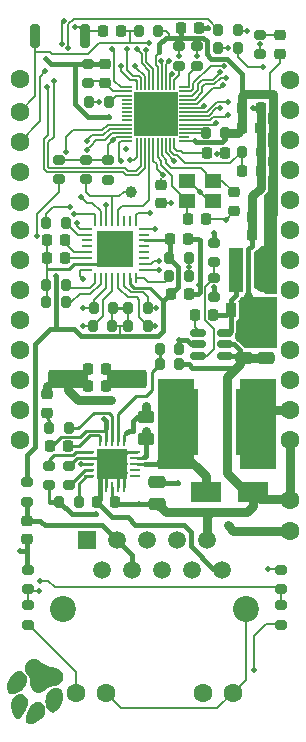
<source format=gtl>
G04 #@! TF.GenerationSoftware,KiCad,Pcbnew,(6.0.9)*
G04 #@! TF.CreationDate,2022-11-21T00:29:48+13:00*
G04 #@! TF.ProjectId,LAN-Module-PoE,4c414e2d-4d6f-4647-956c-652d506f452e,rev?*
G04 #@! TF.SameCoordinates,Original*
G04 #@! TF.FileFunction,Copper,L1,Top*
G04 #@! TF.FilePolarity,Positive*
%FSLAX46Y46*%
G04 Gerber Fmt 4.6, Leading zero omitted, Abs format (unit mm)*
G04 Created by KiCad (PCBNEW (6.0.9)) date 2022-11-21 00:29:48*
%MOMM*%
%LPD*%
G01*
G04 APERTURE LIST*
G04 Aperture macros list*
%AMRoundRect*
0 Rectangle with rounded corners*
0 $1 Rounding radius*
0 $2 $3 $4 $5 $6 $7 $8 $9 X,Y pos of 4 corners*
0 Add a 4 corners polygon primitive as box body*
4,1,4,$2,$3,$4,$5,$6,$7,$8,$9,$2,$3,0*
0 Add four circle primitives for the rounded corners*
1,1,$1+$1,$2,$3*
1,1,$1+$1,$4,$5*
1,1,$1+$1,$6,$7*
1,1,$1+$1,$8,$9*
0 Add four rect primitives between the rounded corners*
20,1,$1+$1,$2,$3,$4,$5,0*
20,1,$1+$1,$4,$5,$6,$7,0*
20,1,$1+$1,$6,$7,$8,$9,0*
20,1,$1+$1,$8,$9,$2,$3,0*%
G04 Aperture macros list end*
G04 #@! TA.AperFunction,SMDPad,CuDef*
%ADD10RoundRect,0.250000X0.475000X-0.250000X0.475000X0.250000X-0.475000X0.250000X-0.475000X-0.250000X0*%
G04 #@! TD*
G04 #@! TA.AperFunction,SMDPad,CuDef*
%ADD11R,1.600000X5.700000*%
G04 #@! TD*
G04 #@! TA.AperFunction,SMDPad,CuDef*
%ADD12R,3.100000X7.700000*%
G04 #@! TD*
G04 #@! TA.AperFunction,SMDPad,CuDef*
%ADD13RoundRect,0.225000X0.225000X0.250000X-0.225000X0.250000X-0.225000X-0.250000X0.225000X-0.250000X0*%
G04 #@! TD*
G04 #@! TA.AperFunction,SMDPad,CuDef*
%ADD14RoundRect,0.062500X-0.062500X0.362500X-0.062500X-0.362500X0.062500X-0.362500X0.062500X0.362500X0*%
G04 #@! TD*
G04 #@! TA.AperFunction,SMDPad,CuDef*
%ADD15RoundRect,0.062500X-0.362500X0.062500X-0.362500X-0.062500X0.362500X-0.062500X0.362500X0.062500X0*%
G04 #@! TD*
G04 #@! TA.AperFunction,SMDPad,CuDef*
%ADD16R,2.600000X2.600000*%
G04 #@! TD*
G04 #@! TA.AperFunction,SMDPad,CuDef*
%ADD17RoundRect,0.200000X0.200000X0.275000X-0.200000X0.275000X-0.200000X-0.275000X0.200000X-0.275000X0*%
G04 #@! TD*
G04 #@! TA.AperFunction,ComponentPad*
%ADD18C,1.600000*%
G04 #@! TD*
G04 #@! TA.AperFunction,SMDPad,CuDef*
%ADD19R,0.900000X1.200000*%
G04 #@! TD*
G04 #@! TA.AperFunction,SMDPad,CuDef*
%ADD20RoundRect,0.150000X-0.512500X-0.150000X0.512500X-0.150000X0.512500X0.150000X-0.512500X0.150000X0*%
G04 #@! TD*
G04 #@! TA.AperFunction,SMDPad,CuDef*
%ADD21RoundRect,0.200000X-0.200000X-0.275000X0.200000X-0.275000X0.200000X0.275000X-0.200000X0.275000X0*%
G04 #@! TD*
G04 #@! TA.AperFunction,SMDPad,CuDef*
%ADD22RoundRect,0.250000X0.450000X-0.262500X0.450000X0.262500X-0.450000X0.262500X-0.450000X-0.262500X0*%
G04 #@! TD*
G04 #@! TA.AperFunction,SMDPad,CuDef*
%ADD23RoundRect,0.225000X0.250000X-0.225000X0.250000X0.225000X-0.250000X0.225000X-0.250000X-0.225000X0*%
G04 #@! TD*
G04 #@! TA.AperFunction,SMDPad,CuDef*
%ADD24RoundRect,0.200000X-0.275000X0.200000X-0.275000X-0.200000X0.275000X-0.200000X0.275000X0.200000X0*%
G04 #@! TD*
G04 #@! TA.AperFunction,SMDPad,CuDef*
%ADD25RoundRect,0.225000X-0.225000X-0.250000X0.225000X-0.250000X0.225000X0.250000X-0.225000X0.250000X0*%
G04 #@! TD*
G04 #@! TA.AperFunction,SMDPad,CuDef*
%ADD26RoundRect,0.200000X0.275000X-0.200000X0.275000X0.200000X-0.275000X0.200000X-0.275000X-0.200000X0*%
G04 #@! TD*
G04 #@! TA.AperFunction,SMDPad,CuDef*
%ADD27R,1.200000X3.700000*%
G04 #@! TD*
G04 #@! TA.AperFunction,SMDPad,CuDef*
%ADD28RoundRect,0.225000X-0.250000X0.225000X-0.250000X-0.225000X0.250000X-0.225000X0.250000X0.225000X0*%
G04 #@! TD*
G04 #@! TA.AperFunction,SMDPad,CuDef*
%ADD29R,2.500000X1.800000*%
G04 #@! TD*
G04 #@! TA.AperFunction,SMDPad,CuDef*
%ADD30RoundRect,0.062500X0.062500X-0.375000X0.062500X0.375000X-0.062500X0.375000X-0.062500X-0.375000X0*%
G04 #@! TD*
G04 #@! TA.AperFunction,SMDPad,CuDef*
%ADD31RoundRect,0.062500X0.375000X-0.062500X0.375000X0.062500X-0.375000X0.062500X-0.375000X-0.062500X0*%
G04 #@! TD*
G04 #@! TA.AperFunction,SMDPad,CuDef*
%ADD32R,3.100000X3.100000*%
G04 #@! TD*
G04 #@! TA.AperFunction,SMDPad,CuDef*
%ADD33RoundRect,0.200000X0.200000X0.800000X-0.200000X0.800000X-0.200000X-0.800000X0.200000X-0.800000X0*%
G04 #@! TD*
G04 #@! TA.AperFunction,SMDPad,CuDef*
%ADD34C,1.000000*%
G04 #@! TD*
G04 #@! TA.AperFunction,SMDPad,CuDef*
%ADD35RoundRect,0.218750X-0.256250X0.218750X-0.256250X-0.218750X0.256250X-0.218750X0.256250X0.218750X0*%
G04 #@! TD*
G04 #@! TA.AperFunction,SMDPad,CuDef*
%ADD36RoundRect,0.250000X1.412500X0.550000X-1.412500X0.550000X-1.412500X-0.550000X1.412500X-0.550000X0*%
G04 #@! TD*
G04 #@! TA.AperFunction,ComponentPad*
%ADD37R,1.500000X1.500000*%
G04 #@! TD*
G04 #@! TA.AperFunction,ComponentPad*
%ADD38C,1.500000*%
G04 #@! TD*
G04 #@! TA.AperFunction,ComponentPad*
%ADD39C,2.200000*%
G04 #@! TD*
G04 #@! TA.AperFunction,SMDPad,CuDef*
%ADD40RoundRect,0.050000X0.350000X0.050000X-0.350000X0.050000X-0.350000X-0.050000X0.350000X-0.050000X0*%
G04 #@! TD*
G04 #@! TA.AperFunction,SMDPad,CuDef*
%ADD41RoundRect,0.050000X0.050000X0.350000X-0.050000X0.350000X-0.050000X-0.350000X0.050000X-0.350000X0*%
G04 #@! TD*
G04 #@! TA.AperFunction,ComponentPad*
%ADD42C,0.500000*%
G04 #@! TD*
G04 #@! TA.AperFunction,SMDPad,CuDef*
%ADD43R,3.700000X3.700000*%
G04 #@! TD*
G04 #@! TA.AperFunction,SMDPad,CuDef*
%ADD44R,1.400000X1.200000*%
G04 #@! TD*
G04 #@! TA.AperFunction,ViaPad*
%ADD45C,0.500000*%
G04 #@! TD*
G04 #@! TA.AperFunction,Conductor*
%ADD46C,0.400000*%
G04 #@! TD*
G04 #@! TA.AperFunction,Conductor*
%ADD47C,0.250000*%
G04 #@! TD*
G04 #@! TA.AperFunction,Conductor*
%ADD48C,0.800000*%
G04 #@! TD*
G04 #@! TA.AperFunction,Conductor*
%ADD49C,0.200000*%
G04 #@! TD*
G04 APERTURE END LIST*
G04 #@! TO.C,LOGO1*
G36*
X30667123Y-88191000D02*
G01*
X30764123Y-88250000D01*
X30864123Y-88332000D01*
X30997123Y-88492000D01*
X31075123Y-88668000D01*
X31098123Y-88862000D01*
X31068123Y-89075000D01*
X30983123Y-89310000D01*
X30875123Y-89512000D01*
X30748123Y-89684000D01*
X30601123Y-89826000D01*
X30430123Y-89942000D01*
X30235123Y-90033000D01*
X30007123Y-90096000D01*
X29803123Y-90105000D01*
X29635123Y-90062000D01*
X29513123Y-89968000D01*
X29454123Y-89822000D01*
X29427123Y-89602000D01*
X29431123Y-89346000D01*
X29465123Y-89095000D01*
X29530123Y-88886000D01*
X29616123Y-88735000D01*
X29735123Y-88580000D01*
X29876123Y-88433000D01*
X30025123Y-88307000D01*
X30170123Y-88214000D01*
X30333123Y-88164000D01*
X30513123Y-88155000D01*
X30667123Y-88191000D01*
G37*
G36*
X30796123Y-90129000D02*
G01*
X30957123Y-90228000D01*
X31098123Y-90396000D01*
X31168123Y-90615000D01*
X31176123Y-90799000D01*
X31149123Y-91008000D01*
X31088123Y-91232000D01*
X30995123Y-91463000D01*
X30873123Y-91694000D01*
X30713123Y-91930000D01*
X30558123Y-92091000D01*
X30407123Y-92177000D01*
X30259123Y-92190000D01*
X30091123Y-92127000D01*
X29964123Y-91996000D01*
X29872123Y-91789000D01*
X29811123Y-91498000D01*
X29776123Y-91188000D01*
X29770123Y-90932000D01*
X29794123Y-90722000D01*
X29851123Y-90548000D01*
X29942123Y-90403000D01*
X30069123Y-90275000D01*
X30249123Y-90157000D01*
X30435123Y-90094000D01*
X30620123Y-90084000D01*
X30796123Y-90129000D01*
G37*
G36*
X31868123Y-87172000D02*
G01*
X32017123Y-87223000D01*
X32182123Y-87308000D01*
X32380123Y-87435000D01*
X32564123Y-87556000D01*
X32724123Y-87647000D01*
X32881123Y-87718000D01*
X33056123Y-87780000D01*
X33270123Y-87842000D01*
X33550123Y-87924000D01*
X33725123Y-87998000D01*
X33855123Y-88090000D01*
X34028123Y-88266000D01*
X34131123Y-88445000D01*
X34173123Y-88642000D01*
X34168123Y-88799000D01*
X34111123Y-88961000D01*
X34014123Y-89124000D01*
X33883123Y-89253000D01*
X33715123Y-89349000D01*
X33507123Y-89414000D01*
X33257123Y-89449000D01*
X33032123Y-89484000D01*
X32862123Y-89560000D01*
X32705123Y-89697000D01*
X32507123Y-89881000D01*
X32334123Y-89969000D01*
X32123123Y-89993000D01*
X31965123Y-89977000D01*
X31793123Y-89913000D01*
X31626123Y-89821000D01*
X31500123Y-89691000D01*
X31399123Y-89537000D01*
X31355123Y-89375000D01*
X31357123Y-89172000D01*
X31369123Y-88957000D01*
X31349123Y-88797000D01*
X31284123Y-88650000D01*
X31164123Y-88476000D01*
X31039123Y-88282000D01*
X30960123Y-88092000D01*
X30926123Y-87905000D01*
X30937123Y-87722000D01*
X30994123Y-87543000D01*
X31077123Y-87394000D01*
X31193123Y-87287000D01*
X31350123Y-87200000D01*
X31529123Y-87152000D01*
X31717123Y-87147000D01*
X31868123Y-87172000D01*
G37*
G36*
X32291123Y-90807000D02*
G01*
X32440123Y-90905000D01*
X32553123Y-91055000D01*
X32625123Y-91231000D01*
X32654123Y-91423000D01*
X32638123Y-91622000D01*
X32577123Y-91815000D01*
X32504123Y-91951000D01*
X32408123Y-92068000D01*
X32260123Y-92195000D01*
X32034123Y-92359000D01*
X31773123Y-92528000D01*
X31571123Y-92628000D01*
X31404123Y-92666000D01*
X31250123Y-92652000D01*
X31101123Y-92582000D01*
X31007123Y-92458000D01*
X30969123Y-92281000D01*
X30986123Y-92052000D01*
X31059123Y-91771000D01*
X31141123Y-91557000D01*
X31239123Y-91359000D01*
X31350123Y-91181000D01*
X31471123Y-91029000D01*
X31599123Y-90905000D01*
X31730123Y-90816000D01*
X31908123Y-90759000D01*
X32104123Y-90757000D01*
X32291123Y-90807000D01*
G37*
G36*
X33795123Y-89623000D02*
G01*
X33922123Y-89684000D01*
X34023123Y-89788000D01*
X34097123Y-89905000D01*
X34146123Y-90024000D01*
X34174123Y-90218000D01*
X34174123Y-90431000D01*
X34145123Y-90647000D01*
X34092123Y-90848000D01*
X34015123Y-91020000D01*
X33894123Y-91191000D01*
X33737123Y-91360000D01*
X33567123Y-91509000D01*
X33404123Y-91618000D01*
X33272123Y-91668000D01*
X33118123Y-91647000D01*
X32970123Y-91551000D01*
X32837123Y-91389000D01*
X32730123Y-91169000D01*
X32666123Y-90950000D01*
X32643123Y-90736000D01*
X32661123Y-90521000D01*
X32720123Y-90300000D01*
X32821123Y-90066000D01*
X32940123Y-89853000D01*
X33056123Y-89736000D01*
X33223123Y-89636000D01*
X33407123Y-89584000D01*
X33600123Y-89579000D01*
X33795123Y-89623000D01*
G37*
G04 #@! TD*
D10*
G04 #@! TO.P,C4,1*
G04 #@! TO.N,/12V*
X42100000Y-74050000D03*
G04 #@! TO.P,C4,2*
G04 #@! TO.N,/VSS*
X42100000Y-72150000D03*
G04 #@! TD*
D11*
G04 #@! TO.P,L5,1*
G04 #@! TO.N,/SWO*
X44850000Y-67100000D03*
G04 #@! TO.P,L5,2*
G04 #@! TO.N,GND*
X49550000Y-67100000D03*
G04 #@! TD*
D12*
G04 #@! TO.P,L4,1*
G04 #@! TO.N,/SWO*
X43750000Y-67200000D03*
G04 #@! TO.P,L4,2*
G04 #@! TO.N,GND*
X50650000Y-67200000D03*
G04 #@! TD*
D10*
G04 #@! TO.P,C29,1*
G04 #@! TO.N,/12V*
X49500000Y-61650000D03*
G04 #@! TO.P,C29,2*
G04 #@! TO.N,GND*
X49500000Y-59750000D03*
G04 #@! TD*
D13*
G04 #@! TO.P,C11,1*
G04 #@! TO.N,GND*
X50875000Y-40500000D03*
G04 #@! TO.P,C11,2*
G04 #@! TO.N,+3V3*
X49325000Y-40500000D03*
G04 #@! TD*
D10*
G04 #@! TO.P,C18,1*
G04 #@! TO.N,/12V*
X51300000Y-61650000D03*
G04 #@! TO.P,C18,2*
G04 #@! TO.N,GND*
X51300000Y-59750000D03*
G04 #@! TD*
D14*
G04 #@! TO.P,U2,1,ISNS*
G04 #@! TO.N,/VIN_NEG*
X39300000Y-68681233D03*
G04 #@! TO.P,U2,2,FBH*
G04 #@! TO.N,/FBH*
X38800000Y-68681233D03*
G04 #@! TO.P,U2,3,EROUT*
G04 #@! TO.N,/COMP*
X38300000Y-68681233D03*
G04 #@! TO.P,U2,4,FBL*
G04 #@! TO.N,/VSS*
X37800000Y-68681233D03*
G04 #@! TO.P,U2,5,VDD*
G04 #@! TO.N,Net-(C20-Pad1)*
X37300000Y-68681233D03*
D15*
G04 #@! TO.P,U2,6,RDET*
G04 #@! TO.N,Net-(R6-Pad2)*
X36375000Y-69606233D03*
G04 #@! TO.P,U2,7,NC*
G04 #@! TO.N,/POE_NEG*
X36375000Y-70106233D03*
G04 #@! TO.P,U2,8,HSO*
G04 #@! TO.N,/VIN_NEG*
X36375000Y-70606233D03*
G04 #@! TO.P,U2,9,RCLASS*
G04 #@! TO.N,Net-(R7-Pad2)*
X36375000Y-71106233D03*
G04 #@! TO.P,U2,10,RFREQ*
G04 #@! TO.N,Net-(R19-Pad2)*
X36375000Y-71606233D03*
D14*
G04 #@! TO.P,U2,11,NC*
G04 #@! TO.N,/POE_NEG*
X37300000Y-72531233D03*
G04 #@! TO.P,U2,12,NC*
X37800000Y-72531233D03*
G04 #@! TO.P,U2,13,VPOS*
G04 #@! TO.N,/12V*
X38300000Y-72531233D03*
G04 #@! TO.P,U2,14,NC*
G04 #@! TO.N,/POE_NEG*
X38800000Y-72531233D03*
G04 #@! TO.P,U2,15,NC*
X39300000Y-72531233D03*
D15*
G04 #@! TO.P,U2,16,VT15*
G04 #@! TO.N,unconnected-(U2-Pad16)*
X40225000Y-71606233D03*
G04 #@! TO.P,U2,17*
G04 #@! TO.N,N/C*
X40225000Y-71106233D03*
G04 #@! TO.P,U2,18,SWO*
G04 #@! TO.N,/SWO*
X40225000Y-70606233D03*
G04 #@! TO.P,U2,19,VSS*
G04 #@! TO.N,/VSS*
X40225000Y-70106233D03*
G04 #@! TO.P,U2,20,NC*
G04 #@! TO.N,/POE_NEG*
X40225000Y-69606233D03*
D16*
G04 #@! TO.P,U2,21,VNEG*
X38300000Y-70606233D03*
G04 #@! TD*
D17*
G04 #@! TO.P,R14,1*
G04 #@! TO.N,/LAN_3P3V*
X38332500Y-58950000D03*
G04 #@! TO.P,R14,2*
G04 #@! TO.N,/MDI0_N*
X36682500Y-58950000D03*
G04 #@! TD*
D18*
G04 #@! TO.P,J20,1,1*
G04 #@! TO.N,/IO32*
X53340000Y-45720000D03*
G04 #@! TD*
D13*
G04 #@! TO.P,C2,1*
G04 #@! TO.N,GND*
X50850000Y-42200000D03*
G04 #@! TO.P,C2,2*
G04 #@! TO.N,+3V3*
X49300000Y-42200000D03*
G04 #@! TD*
D19*
G04 #@! TO.P,D2,1,K*
G04 #@! TO.N,Net-(C17-Pad2)*
X48350000Y-57600000D03*
G04 #@! TO.P,D2,2,A*
G04 #@! TO.N,GND*
X51650000Y-57600000D03*
G04 #@! TD*
D20*
G04 #@! TO.P,U3,1,CB*
G04 #@! TO.N,Net-(C17-Pad1)*
X45562500Y-59550000D03*
G04 #@! TO.P,U3,2,GND*
G04 #@! TO.N,GND*
X45562500Y-60500000D03*
G04 #@! TO.P,U3,3,FB*
G04 #@! TO.N,Net-(R26-Pad1)*
X45562500Y-61450000D03*
G04 #@! TO.P,U3,4,~{SHDN}*
G04 #@! TO.N,/12V*
X47837500Y-61450000D03*
G04 #@! TO.P,U3,5,VIN*
X47837500Y-60500000D03*
G04 #@! TO.P,U3,6,SW*
G04 #@! TO.N,Net-(C17-Pad2)*
X47837500Y-59550000D03*
G04 #@! TD*
D18*
G04 #@! TO.P,J10,1,1*
G04 #@! TO.N,/IO4*
X30480000Y-55880000D03*
G04 #@! TD*
G04 #@! TO.P,J23,1,1*
G04 #@! TO.N,/S_VN*
X53340000Y-53340000D03*
G04 #@! TD*
D21*
G04 #@! TO.P,R8,1*
G04 #@! TO.N,GND*
X32745000Y-55450000D03*
G04 #@! TO.P,R8,2*
G04 #@! TO.N,/RSET*
X34395000Y-55450000D03*
G04 #@! TD*
G04 #@! TO.P,R17,1*
G04 #@! TO.N,/LAN_3P3V*
X39682500Y-58950000D03*
G04 #@! TO.P,R17,2*
G04 #@! TO.N,/MDI1_P*
X41332500Y-58950000D03*
G04 #@! TD*
D17*
G04 #@! TO.P,C22,1*
G04 #@! TO.N,/AVDD10*
X34395000Y-56950000D03*
G04 #@! TO.P,C22,2*
G04 #@! TO.N,GND*
X32745000Y-56950000D03*
G04 #@! TD*
D22*
G04 #@! TO.P,R20,1*
G04 #@! TO.N,/VSS*
X41200000Y-68512500D03*
G04 #@! TO.P,R20,2*
G04 #@! TO.N,/VIN_NEG*
X41200000Y-66687500D03*
G04 #@! TD*
D17*
G04 #@! TO.P,R32,1*
G04 #@! TO.N,/ETH_CLK*
X38025000Y-40000000D03*
G04 #@! TO.P,R32,2*
G04 #@! TO.N,Net-(R32-Pad2)*
X36375000Y-40000000D03*
G04 #@! TD*
D23*
G04 #@! TO.P,C3,1*
G04 #@! TO.N,GND*
X31100000Y-76975000D03*
G04 #@! TO.P,C3,2*
G04 #@! TO.N,/MDI0_CT*
X31100000Y-75425000D03*
G04 #@! TD*
D24*
G04 #@! TO.P,R2,1*
G04 #@! TO.N,GND*
X36275000Y-36750000D03*
G04 #@! TO.P,R2,2*
G04 #@! TO.N,/VDD_SDIO*
X36275000Y-38400000D03*
G04 #@! TD*
D25*
G04 #@! TO.P,C10,1*
G04 #@! TO.N,GND*
X37525000Y-34000000D03*
G04 #@! TO.P,C10,2*
G04 #@! TO.N,/EN*
X39075000Y-34000000D03*
G04 #@! TD*
D26*
G04 #@! TO.P,R11,1*
G04 #@! TO.N,/RTL_LED1*
X52600000Y-81225000D03*
G04 #@! TO.P,R11,2*
G04 #@! TO.N,GND*
X52600000Y-79575000D03*
G04 #@! TD*
D24*
G04 #@! TO.P,R10,1*
G04 #@! TO.N,+3V3*
X36100000Y-44875000D03*
G04 #@! TO.P,R10,2*
G04 #@! TO.N,/ETH_RST*
X36100000Y-46525000D03*
G04 #@! TD*
D27*
G04 #@! TO.P,L2,1*
G04 #@! TO.N,Net-(C17-Pad2)*
X48800000Y-54200000D03*
G04 #@! TO.P,L2,2*
G04 #@! TO.N,+3V3*
X51600000Y-54200000D03*
G04 #@! TD*
D18*
G04 #@! TO.P,J4,1,1*
G04 #@! TO.N,/EN*
X30480000Y-40780000D03*
G04 #@! TD*
D28*
G04 #@! TO.P,C13,1*
G04 #@! TO.N,/XTAL_P*
X48600000Y-47625000D03*
G04 #@! TO.P,C13,2*
G04 #@! TO.N,GND*
X48600000Y-49175000D03*
G04 #@! TD*
D18*
G04 #@! TO.P,J7,1,1*
G04 #@! TO.N,/IO16*
X30480000Y-48400000D03*
G04 #@! TD*
D13*
G04 #@! TO.P,C21,1*
G04 #@! TO.N,+3V3*
X51675000Y-51200000D03*
G04 #@! TO.P,C21,2*
G04 #@! TO.N,GND*
X50125000Y-51200000D03*
G04 #@! TD*
D21*
G04 #@! TO.P,R23,1*
G04 #@! TO.N,/FBH*
X42350000Y-62200000D03*
G04 #@! TO.P,R23,2*
G04 #@! TO.N,/12V*
X44000000Y-62200000D03*
G04 #@! TD*
D18*
G04 #@! TO.P,J25,1,1*
G04 #@! TO.N,/IO37*
X53340000Y-58420000D03*
G04 #@! TD*
D17*
G04 #@! TO.P,R13,1*
G04 #@! TO.N,/LAN_3P3V*
X38395000Y-57450000D03*
G04 #@! TO.P,R13,2*
G04 #@! TO.N,/MDI0_P*
X36745000Y-57450000D03*
G04 #@! TD*
D29*
G04 #@! TO.P,D1,1,K*
G04 #@! TO.N,/12V*
X50230000Y-73031233D03*
G04 #@! TO.P,D1,2,A*
G04 #@! TO.N,/SWO*
X46230000Y-73031233D03*
G04 #@! TD*
D18*
G04 #@! TO.P,J27,1,1*
G04 #@! TO.N,GND*
X53340000Y-66040000D03*
G04 #@! TD*
D26*
G04 #@! TO.P,R6,1*
G04 #@! TO.N,/12V*
X32970000Y-72425000D03*
G04 #@! TO.P,R6,2*
G04 #@! TO.N,Net-(R6-Pad2)*
X32970000Y-70775000D03*
G04 #@! TD*
D21*
G04 #@! TO.P,R19,1*
G04 #@! TO.N,/12V*
X33825000Y-73831233D03*
G04 #@! TO.P,R19,2*
G04 #@! TO.N,Net-(R19-Pad2)*
X35475000Y-73831233D03*
G04 #@! TD*
D26*
G04 #@! TO.P,R29,1*
G04 #@! TO.N,/ETH_RXD0*
X45500000Y-36925000D03*
G04 #@! TO.P,R29,2*
G04 #@! TO.N,/RXD0*
X45500000Y-35275000D03*
G04 #@! TD*
D18*
G04 #@! TO.P,J8,1,1*
G04 #@! TO.N,/IO15*
X30480000Y-50800000D03*
G04 #@! TD*
G04 #@! TO.P,J17,1,1*
G04 #@! TO.N,/U0TXD*
X53340000Y-38100000D03*
G04 #@! TD*
G04 #@! TO.P,J26,1,1*
G04 #@! TO.N,/S_VP*
X53340000Y-60960000D03*
G04 #@! TD*
D21*
G04 #@! TO.P,R18,1*
G04 #@! TO.N,/LAN_3P3V*
X39682500Y-57450000D03*
G04 #@! TO.P,R18,2*
G04 #@! TO.N,/MDI1_N*
X41332500Y-57450000D03*
G04 #@! TD*
D13*
G04 #@! TO.P,C20,1*
G04 #@! TO.N,Net-(C20-Pad1)*
X34575000Y-69100000D03*
G04 #@! TO.P,C20,2*
G04 #@! TO.N,/VSS*
X33025000Y-69100000D03*
G04 #@! TD*
D26*
G04 #@! TO.P,C8,1*
G04 #@! TO.N,GND*
X37925000Y-46550000D03*
G04 #@! TO.P,C8,2*
G04 #@! TO.N,+3V3*
X37925000Y-44900000D03*
G04 #@! TD*
D25*
G04 #@! TO.P,C24,1*
G04 #@! TO.N,/LAN_3P3V*
X43295000Y-56200000D03*
G04 #@! TO.P,C24,2*
G04 #@! TO.N,GND*
X44845000Y-56200000D03*
G04 #@! TD*
D17*
G04 #@! TO.P,R3,1*
G04 #@! TO.N,GND*
X50925000Y-44200000D03*
G04 #@! TO.P,R3,2*
G04 #@! TO.N,/CAP2*
X49275000Y-44200000D03*
G04 #@! TD*
D26*
G04 #@! TO.P,R12,1*
G04 #@! TO.N,/RTL_LED0*
X31200000Y-81225000D03*
G04 #@! TO.P,R12,2*
G04 #@! TO.N,GND*
X31200000Y-79575000D03*
G04 #@! TD*
G04 #@! TO.P,R26,1*
G04 #@! TO.N,Net-(R26-Pad1)*
X46900000Y-53525000D03*
G04 #@! TO.P,R26,2*
G04 #@! TO.N,+3V3*
X46900000Y-51875000D03*
G04 #@! TD*
D30*
G04 #@! TO.P,U4,1,RSET*
G04 #@! TO.N,/RSET*
X36820000Y-54887500D03*
G04 #@! TO.P,U4,2,AVDD10OUT*
G04 #@! TO.N,/AVDD10*
X37320000Y-54887500D03*
G04 #@! TO.P,U4,3,MDI0_P*
G04 #@! TO.N,/MDI0_P*
X37820000Y-54887500D03*
G04 #@! TO.P,U4,4,MDI0_N*
G04 #@! TO.N,/MDI0_N*
X38320000Y-54887500D03*
G04 #@! TO.P,U4,5,MDI1_P*
G04 #@! TO.N,/MDI1_P*
X38820000Y-54887500D03*
G04 #@! TO.P,U4,6,MDI1_N*
G04 #@! TO.N,/MDI1_N*
X39320000Y-54887500D03*
G04 #@! TO.P,U4,7,AVDD33*
G04 #@! TO.N,/LAN_3P3V*
X39820000Y-54887500D03*
G04 #@! TO.P,U4,8,RXDV*
G04 #@! TO.N,/RXDV*
X40320000Y-54887500D03*
D31*
G04 #@! TO.P,U4,9,RXD0*
G04 #@! TO.N,/RXD0*
X41007500Y-54200000D03*
G04 #@! TO.P,U4,10,RXD1*
G04 #@! TO.N,/RXD1*
X41007500Y-53700000D03*
G04 #@! TO.P,U4,11,RXD2_INTB*
G04 #@! TO.N,unconnected-(U4-Pad11)*
X41007500Y-53200000D03*
G04 #@! TO.P,U4,12,RXD3_CLK_CTL*
G04 #@! TO.N,unconnected-(U4-Pad12)*
X41007500Y-52700000D03*
G04 #@! TO.P,U4,13,RXC*
G04 #@! TO.N,unconnected-(U4-Pad13)*
X41007500Y-52200000D03*
G04 #@! TO.P,U4,14,DVDD33*
G04 #@! TO.N,/LAN_3P3V*
X41007500Y-51700000D03*
G04 #@! TO.P,U4,15,TXC*
G04 #@! TO.N,unconnected-(U4-Pad15)*
X41007500Y-51200000D03*
G04 #@! TO.P,U4,16,TXD0*
G04 #@! TO.N,/ETH_TXD0*
X41007500Y-50700000D03*
D30*
G04 #@! TO.P,U4,17,TXD1*
G04 #@! TO.N,/ETH_TXD1*
X40320000Y-50012500D03*
G04 #@! TO.P,U4,18,TXD2*
G04 #@! TO.N,unconnected-(U4-Pad18)*
X39820000Y-50012500D03*
G04 #@! TO.P,U4,19,TXD3*
G04 #@! TO.N,unconnected-(U4-Pad19)*
X39320000Y-50012500D03*
G04 #@! TO.P,U4,20,TXEN*
G04 #@! TO.N,/ETH_TXEN*
X38820000Y-50012500D03*
G04 #@! TO.P,U4,21,PHYRSTB*
G04 #@! TO.N,/ETH_RST*
X38320000Y-50012500D03*
G04 #@! TO.P,U4,22,MDC*
G04 #@! TO.N,/ETH_MDC*
X37820000Y-50012500D03*
G04 #@! TO.P,U4,23,MDIO*
G04 #@! TO.N,/ETH_MDIO*
X37320000Y-50012500D03*
G04 #@! TO.P,U4,24,LED0_PHYAD0*
G04 #@! TO.N,/RTL_LED0*
X36820000Y-50012500D03*
D31*
G04 #@! TO.P,U4,25,LED1_PHYAD1*
G04 #@! TO.N,/RTL_LED1*
X36132500Y-50700000D03*
G04 #@! TO.P,U4,26,CRS_DV*
G04 #@! TO.N,/CRS_DV*
X36132500Y-51200000D03*
G04 #@! TO.P,U4,27,COL*
G04 #@! TO.N,unconnected-(U4-Pad27)*
X36132500Y-51700000D03*
G04 #@! TO.P,U4,28,RXER_FXEN*
G04 #@! TO.N,unconnected-(U4-Pad28)*
X36132500Y-52200000D03*
G04 #@! TO.P,U4,29,DVDD10OUT*
G04 #@! TO.N,/DVDD10*
X36132500Y-52700000D03*
G04 #@! TO.P,U4,30,AVDD33*
G04 #@! TO.N,/LAN_3P3V*
X36132500Y-53200000D03*
G04 #@! TO.P,U4,31,CKXTAL1*
G04 #@! TO.N,GND*
X36132500Y-53700000D03*
G04 #@! TO.P,U4,32,CKXTAL2*
G04 #@! TO.N,Net-(R32-Pad2)*
X36132500Y-54200000D03*
D32*
G04 #@! TO.P,U4,33,GND*
G04 #@! TO.N,GND*
X38570000Y-52450000D03*
G04 #@! TD*
D26*
G04 #@! TO.P,R5,1*
G04 #@! TO.N,/IO12*
X33800000Y-46525000D03*
G04 #@! TO.P,R5,2*
G04 #@! TO.N,+3V3*
X33800000Y-44875000D03*
G04 #@! TD*
D13*
G04 #@! TO.P,C16,1*
G04 #@! TO.N,GND*
X47850000Y-44300000D03*
G04 #@! TO.P,C16,2*
G04 #@! TO.N,/CAP1*
X46300000Y-44300000D03*
G04 #@! TD*
D18*
G04 #@! TO.P,J14,1,1*
G04 #@! TO.N,GND*
X30480000Y-66040000D03*
G04 #@! TD*
D33*
G04 #@! TO.P,SW1,1,1*
G04 #@! TO.N,GND*
X36000000Y-34400000D03*
G04 #@! TO.P,SW1,2,2*
G04 #@! TO.N,/EN*
X31800000Y-34400000D03*
G04 #@! TD*
D34*
G04 #@! TO.P,TP1,1,1*
G04 #@! TO.N,/ETH_RST*
X39900000Y-47600000D03*
G04 #@! TD*
D18*
G04 #@! TO.P,J19,1,1*
G04 #@! TO.N,/IO33*
X53340000Y-43180000D03*
G04 #@! TD*
D17*
G04 #@! TO.P,R4,1*
G04 #@! TO.N,/U0TXD*
X48925000Y-35400000D03*
G04 #@! TO.P,R4,2*
G04 #@! TO.N,Net-(R4-Pad2)*
X47275000Y-35400000D03*
G04 #@! TD*
D18*
G04 #@! TO.P,J12,1,1*
G04 #@! TO.N,/IO14*
X30480000Y-60960000D03*
G04 #@! TD*
G04 #@! TO.P,J22,1,1*
G04 #@! TO.N,/IO34*
X53340000Y-50800000D03*
G04 #@! TD*
D24*
G04 #@! TO.P,R25,1*
G04 #@! TO.N,/LAN_3P3V*
X31100000Y-72175000D03*
G04 #@! TO.P,R25,2*
G04 #@! TO.N,/MDI0_CT*
X31100000Y-73825000D03*
G04 #@! TD*
D23*
G04 #@! TO.P,C6,1*
G04 #@! TO.N,Net-(C6-Pad1)*
X32800000Y-66275000D03*
G04 #@! TO.P,C6,2*
G04 #@! TO.N,/VSS*
X32800000Y-64725000D03*
G04 #@! TD*
D35*
G04 #@! TO.P,D3,1,K*
G04 #@! TO.N,Net-(D3-Pad1)*
X52500000Y-34312500D03*
G04 #@! TO.P,D3,2,A*
G04 #@! TO.N,+3V3*
X52500000Y-35887500D03*
G04 #@! TD*
D18*
G04 #@! TO.P,J29,1,1*
G04 #@! TO.N,/VIN_NEG*
X53340000Y-76260000D03*
G04 #@! TD*
D17*
G04 #@! TO.P,L3,1*
G04 #@! TO.N,+3V3*
X44795000Y-53200000D03*
G04 #@! TO.P,L3,2*
G04 #@! TO.N,/LAN_3P3V*
X43145000Y-53200000D03*
G04 #@! TD*
D18*
G04 #@! TO.P,J3,1,1*
G04 #@! TO.N,GND*
X30480000Y-38010000D03*
G04 #@! TD*
D13*
G04 #@! TO.P,C7,1*
G04 #@! TO.N,/12V*
X37775000Y-64050000D03*
G04 #@! TO.P,C7,2*
G04 #@! TO.N,/VSS*
X36225000Y-64050000D03*
G04 #@! TD*
D25*
G04 #@! TO.P,C26,1*
G04 #@! TO.N,/LAN_3P3V*
X43195000Y-51600000D03*
G04 #@! TO.P,C26,2*
G04 #@! TO.N,GND*
X44745000Y-51600000D03*
G04 #@! TD*
D26*
G04 #@! TO.P,R27,1*
G04 #@! TO.N,GND*
X46900000Y-56525000D03*
G04 #@! TO.P,R27,2*
G04 #@! TO.N,Net-(R26-Pad1)*
X46900000Y-54875000D03*
G04 #@! TD*
D18*
G04 #@! TO.P,J16,1,1*
G04 #@! TO.N,GND*
X30480000Y-68580000D03*
G04 #@! TD*
D26*
G04 #@! TO.P,R28,1*
G04 #@! TO.N,GND*
X50800000Y-35925000D03*
G04 #@! TO.P,R28,2*
G04 #@! TO.N,Net-(D3-Pad1)*
X50800000Y-34275000D03*
G04 #@! TD*
D25*
G04 #@! TO.P,C12,1*
G04 #@! TO.N,/XTAL_N*
X44725000Y-49855000D03*
G04 #@! TO.P,C12,2*
G04 #@! TO.N,GND*
X46275000Y-49855000D03*
G04 #@! TD*
D18*
G04 #@! TO.P,J24,1,1*
G04 #@! TO.N,/IO38*
X53340000Y-55880000D03*
G04 #@! TD*
D21*
G04 #@! TO.P,R21,1*
G04 #@! TO.N,Net-(C6-Pad1)*
X32975000Y-67600000D03*
G04 #@! TO.P,R21,2*
G04 #@! TO.N,/COMP*
X34625000Y-67600000D03*
G04 #@! TD*
D25*
G04 #@! TO.P,C5,1*
G04 #@! TO.N,GND*
X50125000Y-49700000D03*
G04 #@! TO.P,C5,2*
G04 #@! TO.N,+3V3*
X51675000Y-49700000D03*
G04 #@! TD*
D17*
G04 #@! TO.P,R24,1*
G04 #@! TO.N,GND*
X44000000Y-60850000D03*
G04 #@! TO.P,R24,2*
G04 #@! TO.N,/FBH*
X42350000Y-60850000D03*
G04 #@! TD*
D18*
G04 #@! TO.P,J13,1,1*
G04 #@! TO.N,/IO5*
X30480000Y-63500000D03*
G04 #@! TD*
D13*
G04 #@! TO.P,C15,1*
G04 #@! TO.N,GND*
X50875000Y-45800000D03*
G04 #@! TO.P,C15,2*
G04 #@! TO.N,/CAP2*
X49325000Y-45800000D03*
G04 #@! TD*
G04 #@! TO.P,C25,1*
G04 #@! TO.N,/LAN_3P3V*
X34345000Y-53200000D03*
G04 #@! TO.P,C25,2*
G04 #@! TO.N,GND*
X32795000Y-53200000D03*
G04 #@! TD*
D18*
G04 #@! TO.P,J5,1,1*
G04 #@! TO.N,/BOOT*
X30480000Y-43320000D03*
G04 #@! TD*
D13*
G04 #@! TO.P,C1,1*
G04 #@! TO.N,/12V*
X38575000Y-73831233D03*
G04 #@! TO.P,C1,2*
G04 #@! TO.N,/POE_NEG*
X37025000Y-73831233D03*
G04 #@! TD*
G04 #@! TO.P,C28,1*
G04 #@! TO.N,/12V*
X37775000Y-62600000D03*
G04 #@! TO.P,C28,2*
G04 #@! TO.N,/VSS*
X36225000Y-62600000D03*
G04 #@! TD*
D24*
G04 #@! TO.P,R15,1*
G04 #@! TO.N,/RTL_LED0*
X31200000Y-82575000D03*
G04 #@! TO.P,R15,2*
G04 #@! TO.N,/ETH_LED0*
X31200000Y-84225000D03*
G04 #@! TD*
D36*
G04 #@! TO.P,C27,1*
G04 #@! TO.N,/12V*
X39600000Y-63400000D03*
G04 #@! TO.P,C27,2*
G04 #@! TO.N,/VSS*
X34525000Y-63400000D03*
G04 #@! TD*
D21*
G04 #@! TO.P,R1,1*
G04 #@! TO.N,/EN*
X40575000Y-34000000D03*
G04 #@! TO.P,R1,2*
G04 #@! TO.N,+3V3*
X42225000Y-34000000D03*
G04 #@! TD*
D17*
G04 #@! TO.P,R22,1*
G04 #@! TO.N,/U0RXD*
X48925000Y-33900000D03*
G04 #@! TO.P,R22,2*
G04 #@! TO.N,Net-(R22-Pad2)*
X47275000Y-33900000D03*
G04 #@! TD*
D23*
G04 #@! TO.P,C9,1*
G04 #@! TO.N,GND*
X42475000Y-48550000D03*
G04 #@! TO.P,C9,2*
G04 #@! TO.N,+3V3*
X42475000Y-47000000D03*
G04 #@! TD*
D37*
G04 #@! TO.P,J1,1,RD+*
G04 #@! TO.N,/MDI1_P*
X36150000Y-77031233D03*
D38*
G04 #@! TO.P,J1,2,RD-*
G04 #@! TO.N,/MDI1_N*
X37420000Y-79571233D03*
G04 #@! TO.P,J1,3,RCT*
G04 #@! TO.N,/MDI0_CT*
X38690000Y-77031233D03*
G04 #@! TO.P,J1,4,TCT*
X39960000Y-79571233D03*
G04 #@! TO.P,J1,5,TD+*
G04 #@! TO.N,/MDI0_P*
X41230000Y-77031233D03*
G04 #@! TO.P,J1,6,TD-*
G04 #@! TO.N,/MDI0_N*
X42500000Y-79571233D03*
G04 #@! TO.P,J1,7*
G04 #@! TO.N,N/C*
X43770000Y-77031233D03*
G04 #@! TO.P,J1,8*
X45040000Y-79571233D03*
G04 #@! TO.P,J1,9,V+*
G04 #@! TO.N,/12V*
X46310000Y-77031233D03*
G04 #@! TO.P,J1,10,V-*
G04 #@! TO.N,/POE_NEG*
X47580000Y-79571233D03*
D18*
G04 #@! TO.P,J1,11,LEDG_A*
G04 #@! TO.N,/ETH_LED0*
X35235000Y-90001233D03*
G04 #@! TO.P,J1,12,LEDG_K*
G04 #@! TO.N,GND*
X37775000Y-90001233D03*
G04 #@! TO.P,J1,13,LEDY_A*
G04 #@! TO.N,/ETH_LED1*
X45955000Y-90001233D03*
G04 #@! TO.P,J1,14,LEDY_K*
G04 #@! TO.N,GND*
X48495000Y-90001233D03*
D39*
G04 #@! TO.P,J1,SH,SHIELD*
X34120000Y-82871233D03*
X49610000Y-82871233D03*
G04 #@! TD*
D17*
G04 #@! TO.P,R9,1*
G04 #@! TO.N,+3V3*
X44795000Y-54700000D03*
G04 #@! TO.P,R9,2*
G04 #@! TO.N,/RXDV*
X43145000Y-54700000D03*
G04 #@! TD*
D18*
G04 #@! TO.P,J28,1,1*
G04 #@! TO.N,/12V*
X53340000Y-68580000D03*
G04 #@! TD*
G04 #@! TO.P,J21,1,1*
G04 #@! TO.N,/IO35*
X53340000Y-48260000D03*
G04 #@! TD*
D25*
G04 #@! TO.P,C19,1*
G04 #@! TO.N,+3V3*
X44125000Y-33700000D03*
G04 #@! TO.P,C19,2*
G04 #@! TO.N,GND*
X45675000Y-33700000D03*
G04 #@! TD*
D18*
G04 #@! TO.P,J15,1,1*
G04 #@! TO.N,+3V3*
X53340000Y-63500000D03*
G04 #@! TD*
D24*
G04 #@! TO.P,R16,1*
G04 #@! TO.N,/RTL_LED1*
X52600000Y-82575000D03*
G04 #@! TO.P,R16,2*
G04 #@! TO.N,/ETH_LED1*
X52600000Y-84225000D03*
G04 #@! TD*
D21*
G04 #@! TO.P,L1,1*
G04 #@! TO.N,/VDD3P3*
X46250000Y-42575000D03*
G04 #@! TO.P,L1,2*
G04 #@! TO.N,+3V3*
X47900000Y-42575000D03*
G04 #@! TD*
D28*
G04 #@! TO.P,C14,1*
G04 #@! TO.N,GND*
X37675000Y-36800000D03*
G04 #@! TO.P,C14,2*
G04 #@! TO.N,/VDD_SDIO*
X37675000Y-38350000D03*
G04 #@! TD*
D18*
G04 #@! TO.P,J6,1,1*
G04 #@! TO.N,/IO13*
X30480000Y-45860000D03*
G04 #@! TD*
D40*
G04 #@! TO.P,U1,1,VDDA*
G04 #@! TO.N,+3V3*
X44425000Y-43283333D03*
G04 #@! TO.P,U1,2,LNA_IN*
G04 #@! TO.N,unconnected-(U1-Pad2)*
X44425000Y-42933333D03*
G04 #@! TO.P,U1,3,VDD3P3*
G04 #@! TO.N,/VDD3P3*
X44425000Y-42583333D03*
G04 #@! TO.P,U1,4,VDD3P3*
X44425000Y-42233333D03*
G04 #@! TO.P,U1,5,SENSOR_VP*
G04 #@! TO.N,/S_VP*
X44425000Y-41883333D03*
G04 #@! TO.P,U1,6,SENSOR_CAPP*
G04 #@! TO.N,/IO37*
X44425000Y-41533333D03*
G04 #@! TO.P,U1,7,SENSOR_CAPN*
G04 #@! TO.N,/IO38*
X44425000Y-41183333D03*
G04 #@! TO.P,U1,8,SENSOR_VN*
G04 #@! TO.N,/S_VN*
X44425000Y-40833333D03*
G04 #@! TO.P,U1,9,CHIP_PU*
G04 #@! TO.N,/EN*
X44425000Y-40483333D03*
G04 #@! TO.P,U1,10,VDET_1*
G04 #@! TO.N,/IO34*
X44425000Y-40133333D03*
G04 #@! TO.P,U1,11,VDET_2*
G04 #@! TO.N,/IO35*
X44425000Y-39783333D03*
G04 #@! TO.P,U1,12,32K_XP*
G04 #@! TO.N,/IO32*
X44425000Y-39433333D03*
G04 #@! TO.P,U1,13,32K_XIN*
G04 #@! TO.N,/IO33*
X44425000Y-39083333D03*
G04 #@! TO.P,U1,14,GPIO25*
G04 #@! TO.N,/ETH_RXD0*
X44425000Y-38733333D03*
D41*
G04 #@! TO.P,U1,15,GPIO26*
G04 #@! TO.N,/ETH_RXD1*
X43550000Y-38558333D03*
G04 #@! TO.P,U1,16,GPIO27*
G04 #@! TO.N,/ETH_CRS_DV*
X43200000Y-38558333D03*
G04 #@! TO.P,U1,17,MTMS*
G04 #@! TO.N,/IO14*
X42850000Y-38558333D03*
G04 #@! TO.P,U1,18,MTDI*
G04 #@! TO.N,/IO12*
X42500000Y-38558333D03*
G04 #@! TO.P,U1,19,VDD3P3_RTC*
G04 #@! TO.N,+3V3*
X42150000Y-38558333D03*
G04 #@! TO.P,U1,20,MTCK*
G04 #@! TO.N,/IO13*
X41800000Y-38558333D03*
G04 #@! TO.P,U1,21,MTDO*
G04 #@! TO.N,/IO15*
X41450000Y-38558333D03*
G04 #@! TO.P,U1,22,GPIO2*
G04 #@! TO.N,/IO2*
X41100000Y-38558333D03*
G04 #@! TO.P,U1,23,GPIO0*
G04 #@! TO.N,/BOOT*
X40750000Y-38558333D03*
G04 #@! TO.P,U1,24,GPIO4*
G04 #@! TO.N,/IO4*
X40400000Y-38558333D03*
D40*
G04 #@! TO.P,U1,25,GPIO16*
G04 #@! TO.N,/IO16*
X39525000Y-38733333D03*
G04 #@! TO.P,U1,26,VDD_SDIO*
G04 #@! TO.N,/VDD_SDIO*
X39525000Y-39083333D03*
G04 #@! TO.P,U1,27,GPIO17*
G04 #@! TO.N,/ETH_CLK*
X39525000Y-39433333D03*
G04 #@! TO.P,U1,28,SD_DATA_2*
G04 #@! TO.N,/SDD2*
X39525000Y-39783333D03*
G04 #@! TO.P,U1,29,SD_DATA_3*
G04 #@! TO.N,/SDD3*
X39525000Y-40133333D03*
G04 #@! TO.P,U1,30,SD_CMD*
G04 #@! TO.N,/SDCS*
X39525000Y-40483333D03*
G04 #@! TO.P,U1,31,SD_CLK*
G04 #@! TO.N,/SDCK*
X39525000Y-40833333D03*
G04 #@! TO.P,U1,32,SD_DATA_0*
G04 #@! TO.N,/SDD0*
X39525000Y-41183333D03*
G04 #@! TO.P,U1,33,SD_DATA_1*
G04 #@! TO.N,/SDD1*
X39525000Y-41533333D03*
G04 #@! TO.P,U1,34,GPIO5*
G04 #@! TO.N,/IO5*
X39525000Y-41883333D03*
G04 #@! TO.P,U1,35,GPIO18*
G04 #@! TO.N,/ETH_MDIO*
X39525000Y-42233333D03*
G04 #@! TO.P,U1,36,GPIO23*
G04 #@! TO.N,/ETH_MDC*
X39525000Y-42583333D03*
G04 #@! TO.P,U1,37,VDD3P3_CPU*
G04 #@! TO.N,+3V3*
X39525000Y-42933333D03*
G04 #@! TO.P,U1,38,GPIO19*
G04 #@! TO.N,/ETH_TXD0*
X39525000Y-43283333D03*
D41*
G04 #@! TO.P,U1,39,GPIO22*
G04 #@! TO.N,/ETH_TXD1*
X40400000Y-43458333D03*
G04 #@! TO.P,U1,40,U0RXD*
G04 #@! TO.N,Net-(R22-Pad2)*
X40750000Y-43458333D03*
G04 #@! TO.P,U1,41,U0TXD*
G04 #@! TO.N,Net-(R4-Pad2)*
X41100000Y-43458333D03*
G04 #@! TO.P,U1,42,GPIO21*
G04 #@! TO.N,/ETH_TXEN*
X41450000Y-43458333D03*
G04 #@! TO.P,U1,43,VDDA*
G04 #@! TO.N,+3V3*
X41800000Y-43458333D03*
G04 #@! TO.P,U1,44,XTAL_N*
G04 #@! TO.N,/XTAL_N*
X42150000Y-43458333D03*
G04 #@! TO.P,U1,45,XTAL_P*
G04 #@! TO.N,/XTAL_P*
X42500000Y-43458333D03*
G04 #@! TO.P,U1,46,VDDA*
G04 #@! TO.N,+3V3*
X42850000Y-43458333D03*
G04 #@! TO.P,U1,47,CAP2*
G04 #@! TO.N,/CAP2*
X43200000Y-43458333D03*
G04 #@! TO.P,U1,48,CAP1*
G04 #@! TO.N,/CAP1*
X43550000Y-43458333D03*
D42*
G04 #@! TO.P,U1,49,GND*
G04 #@! TO.N,GND*
X41441667Y-40475000D03*
X43575000Y-41541666D03*
X42508333Y-40475000D03*
X40375000Y-41541666D03*
X40375000Y-40475000D03*
D43*
X41975000Y-41008333D03*
D42*
X42508333Y-41541666D03*
X41441667Y-39408333D03*
X42508333Y-42608333D03*
X41441667Y-42608333D03*
X43575000Y-39408333D03*
X42508333Y-39408333D03*
X40375000Y-42608333D03*
X41441667Y-41541666D03*
X43575000Y-42608333D03*
X40375000Y-39408333D03*
X43575000Y-40475000D03*
G04 #@! TD*
D18*
G04 #@! TO.P,J2,1,1*
G04 #@! TO.N,/12V*
X53340000Y-73660000D03*
G04 #@! TD*
G04 #@! TO.P,J18,1,1*
G04 #@! TO.N,/U0RXD*
X53340000Y-40640000D03*
G04 #@! TD*
D24*
G04 #@! TO.P,R7,1*
G04 #@! TO.N,/POE_NEG*
X34650000Y-70775000D03*
G04 #@! TO.P,R7,2*
G04 #@! TO.N,Net-(R7-Pad2)*
X34650000Y-72425000D03*
G04 #@! TD*
D18*
G04 #@! TO.P,J9,1,1*
G04 #@! TO.N,/IO12*
X30480000Y-53340000D03*
G04 #@! TD*
D13*
G04 #@! TO.P,C23,1*
G04 #@! TO.N,/DVDD10*
X34345000Y-51700000D03*
G04 #@! TO.P,C23,2*
G04 #@! TO.N,GND*
X32795000Y-51700000D03*
G04 #@! TD*
D21*
G04 #@! TO.P,R31,1*
G04 #@! TO.N,/ETH_CRS_DV*
X32745000Y-50200000D03*
G04 #@! TO.P,R31,2*
G04 #@! TO.N,/CRS_DV*
X34395000Y-50200000D03*
G04 #@! TD*
D25*
G04 #@! TO.P,C17,1*
G04 #@! TO.N,Net-(C17-Pad1)*
X45325000Y-58000000D03*
G04 #@! TO.P,C17,2*
G04 #@! TO.N,Net-(C17-Pad2)*
X46875000Y-58000000D03*
G04 #@! TD*
D18*
G04 #@! TO.P,J11,1,1*
G04 #@! TO.N,/IO2*
X30480000Y-58420000D03*
G04 #@! TD*
D26*
G04 #@! TO.P,R30,1*
G04 #@! TO.N,/ETH_RXD1*
X44000000Y-36925000D03*
G04 #@! TO.P,R30,2*
G04 #@! TO.N,/RXD1*
X44000000Y-35275000D03*
G04 #@! TD*
D44*
G04 #@! TO.P,Y1,1,1*
G04 #@! TO.N,/XTAL_N*
X44625000Y-48325000D03*
G04 #@! TO.P,Y1,2,2*
G04 #@! TO.N,GND*
X46825000Y-48325000D03*
G04 #@! TO.P,Y1,3,3*
G04 #@! TO.N,/XTAL_P*
X46825000Y-46625000D03*
G04 #@! TO.P,Y1,4,4*
G04 #@! TO.N,GND*
X44625000Y-46625000D03*
G04 #@! TD*
D45*
G04 #@! TO.N,GND*
X49600000Y-58700000D03*
X49600000Y-60500000D03*
G04 #@! TO.N,/VSS*
X43900000Y-72200000D03*
G04 #@! TO.N,/12V*
X40600000Y-74000000D03*
G04 #@! TO.N,GND*
X45686214Y-55497098D03*
X46903200Y-55674500D03*
X44000000Y-60100000D03*
G04 #@! TO.N,+3V3*
X50600000Y-55500000D03*
X50590000Y-52900000D03*
X46900000Y-51100000D03*
G04 #@! TO.N,GND*
X39700000Y-52400000D03*
X38600000Y-51300000D03*
X37500000Y-51300000D03*
X37500000Y-52400000D03*
X38600000Y-52400000D03*
X39700000Y-53600000D03*
X38600000Y-53600000D03*
G04 #@! TO.N,/ETH_CRS_DV*
X34700000Y-48900000D03*
G04 #@! TO.N,/LAN_3P3V*
X34345000Y-53200000D03*
G04 #@! TO.N,/VIN_NEG*
X41200000Y-65700000D03*
G04 #@! TO.N,/12V*
X48000000Y-63400000D03*
X40700000Y-63400000D03*
X36944002Y-74875000D03*
G04 #@! TO.N,/VSS*
X37600000Y-66800000D03*
G04 #@! TO.N,/VIN_NEG*
X40050000Y-67831233D03*
G04 #@! TO.N,/VSS*
X41200000Y-67800000D03*
X38200000Y-65200000D03*
G04 #@! TO.N,GND*
X49600000Y-57600000D03*
X35200000Y-33597987D03*
X50700000Y-64600000D03*
X51500000Y-79500000D03*
X38075000Y-41275000D03*
X50800000Y-70100000D03*
X50800000Y-35100000D03*
X45775000Y-47575000D03*
X32675000Y-36375000D03*
X47925000Y-49925000D03*
X46400000Y-33700000D03*
X50200000Y-48800000D03*
X47149500Y-44400000D03*
X43325000Y-48525000D03*
X37925000Y-46500000D03*
X30480000Y-77980000D03*
X37470000Y-53600000D03*
X50200000Y-40500000D03*
G04 #@! TO.N,/EN*
X41427337Y-35000000D03*
X46075000Y-40333833D03*
G04 #@! TO.N,/ETH_MDC*
X36200000Y-43998043D03*
X37800000Y-48700000D03*
G04 #@! TO.N,/S_VP*
X47075000Y-41775000D03*
G04 #@! TO.N,/S_VN*
X48075000Y-39975000D03*
G04 #@! TO.N,/IO34*
X47683579Y-38536672D03*
G04 #@! TO.N,/ETH_TXD1*
X39775000Y-44875000D03*
X41500000Y-49400000D03*
G04 #@! TO.N,/IO35*
X47975450Y-37956444D03*
G04 #@! TO.N,/IO32*
X47465834Y-37456944D03*
G04 #@! TO.N,/ETH_CRS_DV*
X43349500Y-37600000D03*
G04 #@! TO.N,+3V3*
X42600000Y-46169609D03*
X43575000Y-44975000D03*
X39475000Y-43975000D03*
X38375000Y-43175000D03*
X45283333Y-43283333D03*
X44795000Y-53975000D03*
G04 #@! TO.N,/IO33*
X47800000Y-36900000D03*
G04 #@! TO.N,/U0RXD*
X49700000Y-34000000D03*
G04 #@! TO.N,Net-(R4-Pad2)*
X34200000Y-33100000D03*
X34024500Y-35100000D03*
X48100000Y-35400000D03*
X32800000Y-38700000D03*
G04 #@! TO.N,/ETH_TXD0*
X39075000Y-44975000D03*
X41970000Y-50700000D03*
G04 #@! TO.N,/ETH_MDIO*
X36171800Y-43271800D03*
X35700000Y-48000000D03*
G04 #@! TO.N,/BOOT*
X39600000Y-35500000D03*
X32649500Y-37390450D03*
G04 #@! TO.N,/IO14*
X43123419Y-36502033D03*
G04 #@! TO.N,/IO12*
X42474500Y-36474500D03*
X31900000Y-51300000D03*
G04 #@! TO.N,/IO13*
X41197209Y-35607367D03*
G04 #@! TO.N,/U0TXD*
X51053200Y-37046800D03*
G04 #@! TO.N,/RTL_LED1*
X35370000Y-50200000D03*
X32200000Y-80500000D03*
G04 #@! TO.N,/RTL_LED0*
X35092708Y-49472249D03*
X32100000Y-81400000D03*
G04 #@! TO.N,/MDI0_P*
X35820000Y-57450000D03*
G04 #@! TO.N,/MDI0_N*
X35851222Y-58950000D03*
G04 #@! TO.N,/ETH_LED1*
X50300000Y-88100000D03*
G04 #@! TO.N,/MDI1_P*
X41970878Y-58950000D03*
G04 #@! TO.N,/MDI1_N*
X42020000Y-57450000D03*
G04 #@! TO.N,/IO15*
X40400000Y-35499500D03*
G04 #@! TO.N,/IO2*
X40276617Y-36953233D03*
G04 #@! TO.N,/IO4*
X39075500Y-36900000D03*
G04 #@! TO.N,/IO16*
X38300000Y-35500000D03*
G04 #@! TO.N,/IO5*
X34425000Y-44225000D03*
G04 #@! TO.N,/IO37*
X48075000Y-41074000D03*
G04 #@! TO.N,/IO38*
X47475000Y-40524500D03*
G04 #@! TO.N,Net-(R22-Pad2)*
X34600446Y-35400233D03*
X33400000Y-38200000D03*
G04 #@! TO.N,/LAN_3P3V*
X33570000Y-54700000D03*
G04 #@! TO.N,/VIN_NEG*
X48100000Y-75800000D03*
X35650000Y-70631233D03*
G04 #@! TO.N,/POE_NEG*
X39370000Y-69800000D03*
X39370000Y-71400000D03*
X38500000Y-70606233D03*
X38520000Y-71400000D03*
X37570000Y-70600000D03*
X37570000Y-69800000D03*
X37570000Y-71400000D03*
X39370000Y-70600000D03*
X38470000Y-69800000D03*
G04 #@! TO.N,/RXD0*
X45500000Y-36100000D03*
X42270000Y-54200000D03*
G04 #@! TO.N,/RXD1*
X42270000Y-53400000D03*
X44000000Y-36100000D03*
G04 #@! TO.N,Net-(R32-Pad2)*
X35833556Y-54963556D03*
X37200000Y-40000000D03*
G04 #@! TD*
D46*
G04 #@! TO.N,/VSS*
X42325000Y-72200000D02*
X42100000Y-72425000D01*
X43900000Y-72200000D02*
X42325000Y-72200000D01*
G04 #@! TO.N,/POE_NEG*
X37300000Y-71606233D02*
X37300000Y-73556233D01*
D47*
X37300000Y-72531233D02*
X37300000Y-71606233D01*
X37570000Y-71336233D02*
X37570000Y-71400000D01*
X37300000Y-71606233D02*
X38300000Y-70606233D01*
X38300000Y-70606233D02*
X37570000Y-71336233D01*
D46*
X37300000Y-73556233D02*
X37025000Y-73831233D01*
D47*
X37300000Y-72531233D02*
X37300000Y-73556233D01*
X37800000Y-71106233D02*
X38300000Y-70606233D01*
X37800000Y-72531233D02*
X37800000Y-71106233D01*
G04 #@! TO.N,/12V*
X38300000Y-73556233D02*
X38575000Y-73831233D01*
X38300000Y-72531233D02*
X38300000Y-73556233D01*
G04 #@! TO.N,/POE_NEG*
X38800000Y-71106233D02*
X38300000Y-70606233D01*
X38800000Y-72531233D02*
X38800000Y-71106233D01*
X39300000Y-71606233D02*
X38300000Y-70606233D01*
X39300000Y-72531233D02*
X39300000Y-71606233D01*
G04 #@! TO.N,/VSS*
X37700000Y-67800000D02*
X37800000Y-67700000D01*
X36100000Y-67800000D02*
X37700000Y-67800000D01*
X37800000Y-68681233D02*
X37800000Y-67700000D01*
X37800000Y-67700000D02*
X37800000Y-67600000D01*
G04 #@! TO.N,/FBH*
X41700000Y-62850000D02*
X42350000Y-62200000D01*
X38800000Y-66400000D02*
X40300000Y-64900000D01*
X41200000Y-64900000D02*
X41700000Y-64400000D01*
X41700000Y-64400000D02*
X41700000Y-62850000D01*
X38800000Y-68681233D02*
X38800000Y-66400000D01*
X40300000Y-64900000D02*
X41200000Y-64900000D01*
G04 #@! TO.N,/COMP*
X38300000Y-66550000D02*
X38025000Y-66275000D01*
X38300000Y-68681233D02*
X38300000Y-66550000D01*
D46*
G04 #@! TO.N,/VSS*
X37800000Y-67000000D02*
X37800000Y-67600000D01*
X37600000Y-66800000D02*
X37800000Y-67000000D01*
D47*
G04 #@! TO.N,/VIN_NEG*
X39300000Y-68200000D02*
X39500000Y-68000000D01*
X39300000Y-68681233D02*
X39300000Y-68200000D01*
G04 #@! TO.N,Net-(C20-Pad1)*
X37300000Y-68300000D02*
X37300000Y-68681233D01*
X37200000Y-68200000D02*
X37300000Y-68300000D01*
X36400000Y-68200000D02*
X37200000Y-68200000D01*
D48*
G04 #@! TO.N,/12V*
X42825000Y-74700000D02*
X42100000Y-73975000D01*
X46700000Y-74700000D02*
X42825000Y-74700000D01*
X50230000Y-74170000D02*
X50230000Y-73031233D01*
X49700000Y-74700000D02*
X50230000Y-74170000D01*
X46700000Y-74700000D02*
X49700000Y-74700000D01*
X46310000Y-75090000D02*
X46700000Y-74700000D01*
X46310000Y-77031233D02*
X46310000Y-75090000D01*
D46*
G04 #@! TO.N,GND*
X49600000Y-59850000D02*
X49500000Y-59750000D01*
X49600000Y-60500000D02*
X49600000Y-59850000D01*
D48*
X49500000Y-59750000D02*
X51300000Y-59750000D01*
D46*
G04 #@! TO.N,/12V*
X48600000Y-60500000D02*
X49100000Y-61000000D01*
X48137500Y-60500000D02*
X48600000Y-60500000D01*
X49100000Y-61000000D02*
X49100000Y-61650000D01*
D48*
G04 #@! TO.N,/VSS*
X32800000Y-64625000D02*
X32800000Y-64000000D01*
D47*
G04 #@! TO.N,/FBH*
X42350000Y-60850000D02*
X42350000Y-62200000D01*
D46*
G04 #@! TO.N,GND*
X50125000Y-51200000D02*
X50125000Y-52175000D01*
D48*
X49840000Y-57360000D02*
X49600000Y-57600000D01*
D46*
X49840000Y-56440000D02*
X49840000Y-56860000D01*
X49840000Y-52460000D02*
X49840000Y-56440000D01*
D48*
X49840000Y-56440000D02*
X49840000Y-57360000D01*
D46*
G04 #@! TO.N,/12V*
X40600000Y-74000000D02*
X40625000Y-73975000D01*
X42100000Y-73975000D02*
X40625000Y-73975000D01*
X40625000Y-73975000D02*
X38718767Y-73975000D01*
X38718767Y-73975000D02*
X38575000Y-73831233D01*
G04 #@! TO.N,/LAN_3P3V*
X35050000Y-59200000D02*
X35625000Y-59775000D01*
X33620000Y-59200000D02*
X35050000Y-59200000D01*
X35625000Y-59775000D02*
X39175000Y-59775000D01*
X31800000Y-60450000D02*
X31800000Y-69200000D01*
X33050000Y-59200000D02*
X31800000Y-60450000D01*
X33620000Y-59200000D02*
X33050000Y-59200000D01*
X33570000Y-59150000D02*
X33620000Y-59200000D01*
X31800000Y-69200000D02*
X31100000Y-69900000D01*
X31100000Y-69900000D02*
X31100000Y-72175000D01*
G04 #@! TO.N,+3V3*
X50600000Y-55500000D02*
X51000000Y-55500000D01*
X50590000Y-52900000D02*
X51000000Y-52900000D01*
G04 #@! TO.N,GND*
X50125000Y-52175000D02*
X49840000Y-52460000D01*
D48*
X50125000Y-49700000D02*
X50125000Y-51200000D01*
X50875000Y-47225000D02*
X50125000Y-47975000D01*
X50125000Y-47975000D02*
X50125000Y-49700000D01*
X50875000Y-45800000D02*
X50875000Y-47225000D01*
X50875000Y-40500000D02*
X50875000Y-45800000D01*
D49*
G04 #@! TO.N,/CAP1*
X46075000Y-44300000D02*
X46300000Y-44075000D01*
X44300000Y-44300000D02*
X46075000Y-44300000D01*
X43825000Y-44125000D02*
X44125000Y-44125000D01*
X43550000Y-43850000D02*
X43825000Y-44125000D01*
X44125000Y-44125000D02*
X44300000Y-44300000D01*
X43550000Y-43458333D02*
X43550000Y-43850000D01*
G04 #@! TO.N,GND*
X47249500Y-44300000D02*
X47850000Y-44300000D01*
X47149500Y-44400000D02*
X47249500Y-44300000D01*
D46*
G04 #@! TO.N,+3V3*
X45400000Y-43400000D02*
X45283333Y-43283333D01*
X47600000Y-43400000D02*
X45400000Y-43400000D01*
X47900000Y-43100000D02*
X47600000Y-43400000D01*
X47900000Y-42575000D02*
X47900000Y-43100000D01*
D47*
X45283333Y-43283333D02*
X45325000Y-43325000D01*
D48*
X48925000Y-42575000D02*
X49300000Y-42200000D01*
X47900000Y-42575000D02*
X48925000Y-42575000D01*
D46*
X49325000Y-39125000D02*
X49500000Y-39300000D01*
X49325000Y-37576471D02*
X49325000Y-39125000D01*
D48*
X51900000Y-49475000D02*
X51675000Y-49700000D01*
X49500000Y-39300000D02*
X51900000Y-39300000D01*
X49325000Y-40500000D02*
X49325000Y-39475000D01*
X49325000Y-39475000D02*
X49500000Y-39300000D01*
X51900000Y-39300000D02*
X51900000Y-49475000D01*
X49300000Y-40525000D02*
X49325000Y-40500000D01*
X49300000Y-42200000D02*
X49300000Y-40525000D01*
D46*
X49325000Y-42175000D02*
X49300000Y-42200000D01*
X51675000Y-54125000D02*
X51600000Y-54200000D01*
X51675000Y-51200000D02*
X51675000Y-54125000D01*
G04 #@! TO.N,Net-(C17-Pad2)*
X48350000Y-57600000D02*
X48350000Y-59337500D01*
X48350000Y-59337500D02*
X48137500Y-59550000D01*
X47950000Y-58000000D02*
X48350000Y-57600000D01*
X46875000Y-58000000D02*
X47950000Y-58000000D01*
X48350000Y-56750000D02*
X48350000Y-57600000D01*
X48800000Y-56300000D02*
X48350000Y-56750000D01*
X48800000Y-54200000D02*
X48800000Y-56300000D01*
G04 #@! TO.N,GND*
X46900000Y-55677700D02*
X46900000Y-56525000D01*
X46903200Y-55674500D02*
X46900000Y-55677700D01*
G04 #@! TO.N,+3V3*
X46900000Y-51875000D02*
X46900000Y-51100000D01*
G04 #@! TO.N,GND*
X45689116Y-55500000D02*
X45686214Y-55497098D01*
X45700000Y-55500000D02*
X45700000Y-51700000D01*
X45700000Y-55500000D02*
X45689116Y-55500000D01*
X45700000Y-56100000D02*
X45700000Y-55500000D01*
X45700000Y-51700000D02*
X45600000Y-51600000D01*
X45600000Y-56200000D02*
X45700000Y-56100000D01*
X45600000Y-51600000D02*
X44745000Y-51600000D01*
X44845000Y-56200000D02*
X45600000Y-56200000D01*
D49*
G04 #@! TO.N,Net-(R26-Pad1)*
X46175000Y-55600000D02*
X46900000Y-54875000D01*
X46900000Y-59200000D02*
X46175000Y-58475000D01*
X46900000Y-60900000D02*
X46900000Y-59200000D01*
X46350000Y-61450000D02*
X46900000Y-60900000D01*
X45862500Y-61450000D02*
X46350000Y-61450000D01*
X46175000Y-58475000D02*
X46175000Y-55600000D01*
D46*
G04 #@! TO.N,GND*
X44600000Y-60100000D02*
X44000000Y-60100000D01*
X45000000Y-60500000D02*
X44600000Y-60100000D01*
X45862500Y-60500000D02*
X45000000Y-60500000D01*
X44000000Y-60850000D02*
X44000000Y-60100000D01*
G04 #@! TO.N,/12V*
X48300000Y-62500000D02*
X48550000Y-62750000D01*
X44800000Y-62200000D02*
X45100000Y-62500000D01*
X44000000Y-62200000D02*
X44800000Y-62200000D01*
D48*
X48550000Y-62750000D02*
X48000000Y-63300000D01*
D46*
X45100000Y-62500000D02*
X48300000Y-62500000D01*
D48*
X49100000Y-62200000D02*
X48550000Y-62750000D01*
X49631233Y-73031233D02*
X50230000Y-73031233D01*
X48000000Y-71400000D02*
X49631233Y-73031233D01*
X48000000Y-63300000D02*
X48000000Y-71400000D01*
X49100000Y-61650000D02*
X49100000Y-62200000D01*
D46*
X48900000Y-61450000D02*
X49100000Y-61650000D01*
X48137500Y-61450000D02*
X48900000Y-61450000D01*
D48*
X50900000Y-61650000D02*
X49100000Y-61650000D01*
G04 #@! TO.N,GND*
X50900000Y-57900000D02*
X50600000Y-57600000D01*
X50900000Y-59750000D02*
X50900000Y-57900000D01*
X50600000Y-57600000D02*
X49600000Y-57600000D01*
X51650000Y-57600000D02*
X50600000Y-57600000D01*
D49*
X49600000Y-57600000D02*
X49780500Y-57780500D01*
G04 #@! TO.N,Net-(C17-Pad1)*
X45325000Y-59012500D02*
X45862500Y-59550000D01*
X45325000Y-58000000D02*
X45325000Y-59012500D01*
G04 #@! TO.N,Net-(R26-Pad1)*
X46900000Y-54875000D02*
X46900000Y-53525000D01*
G04 #@! TO.N,/ETH_TXD1*
X40500000Y-49400000D02*
X41500000Y-49400000D01*
X40320000Y-49580000D02*
X40500000Y-49400000D01*
X40320000Y-50012500D02*
X40320000Y-49580000D01*
G04 #@! TO.N,/ETH_TXEN*
X39100000Y-48800000D02*
X40900000Y-48800000D01*
X38820000Y-49080000D02*
X39100000Y-48800000D01*
X40900000Y-48800000D02*
X41250000Y-48450000D01*
X38820000Y-50012500D02*
X38820000Y-49080000D01*
X41450000Y-48250000D02*
X41250000Y-48450000D01*
G04 #@! TO.N,/ETH_RST*
X39275000Y-47600000D02*
X39900000Y-47600000D01*
X38920000Y-47955000D02*
X39275000Y-47600000D01*
X38320000Y-47990000D02*
X38355000Y-47955000D01*
X38320000Y-50012500D02*
X38320000Y-47990000D01*
X36455000Y-47955000D02*
X38355000Y-47955000D01*
X38355000Y-47955000D02*
X38920000Y-47955000D01*
G04 #@! TO.N,/ETH_MDIO*
X36200000Y-48500000D02*
X35700000Y-48000000D01*
X36600000Y-48500000D02*
X36200000Y-48500000D01*
X37320000Y-49220000D02*
X36600000Y-48500000D01*
X37320000Y-50012500D02*
X37320000Y-49220000D01*
G04 #@! TO.N,/ETH_MDC*
X37820000Y-48720000D02*
X37800000Y-48700000D01*
X37820000Y-50012500D02*
X37820000Y-48720000D01*
G04 #@! TO.N,/IO12*
X31900000Y-49500000D02*
X33800000Y-47600000D01*
X33800000Y-47600000D02*
X33800000Y-46525000D01*
X31900000Y-51300000D02*
X31900000Y-49500000D01*
G04 #@! TO.N,/ETH_CRS_DV*
X33300000Y-48900000D02*
X32745000Y-49455000D01*
X32745000Y-49455000D02*
X32745000Y-50200000D01*
X34700000Y-48900000D02*
X33300000Y-48900000D01*
D48*
G04 #@! TO.N,/SWO*
X43750000Y-69150000D02*
X43750000Y-67200000D01*
X46230000Y-71630000D02*
X43750000Y-69150000D01*
X46230000Y-73031233D02*
X46230000Y-71630000D01*
G04 #@! TO.N,/VSS*
X41200000Y-67800000D02*
X41200000Y-68512500D01*
G04 #@! TO.N,/VIN_NEG*
X41200000Y-65700000D02*
X41200000Y-66687500D01*
D47*
G04 #@! TO.N,/VSS*
X35550000Y-68350000D02*
X36100000Y-67800000D01*
X33950000Y-68350000D02*
X35550000Y-68350000D01*
X33025000Y-69100000D02*
X33200000Y-69100000D01*
X33200000Y-69100000D02*
X33950000Y-68350000D01*
G04 #@! TO.N,/COMP*
X36725000Y-66275000D02*
X35400000Y-67600000D01*
X38025000Y-66275000D02*
X36725000Y-66275000D01*
X35400000Y-67600000D02*
X34625000Y-67600000D01*
G04 #@! TO.N,/POE_NEG*
X37550000Y-70106233D02*
X36575000Y-70106233D01*
X37550000Y-69631233D02*
X37550000Y-70106233D01*
X35350000Y-70106233D02*
X34650000Y-70806233D01*
X36575000Y-70106233D02*
X35350000Y-70106233D01*
D48*
G04 #@! TO.N,/12V*
X50798767Y-73600000D02*
X50230000Y-73031233D01*
X53280000Y-73600000D02*
X50798767Y-73600000D01*
X53340000Y-73660000D02*
X53280000Y-73600000D01*
D46*
X34868767Y-74875000D02*
X33825000Y-73831233D01*
X36944002Y-74875000D02*
X34868767Y-74875000D01*
G04 #@! TO.N,/MDI0_CT*
X32225000Y-75425000D02*
X32600000Y-75800000D01*
X31100000Y-75425000D02*
X32225000Y-75425000D01*
X32600000Y-75800000D02*
X37458767Y-75800000D01*
X37458767Y-75800000D02*
X38690000Y-77031233D01*
G04 #@! TO.N,/POE_NEG*
X39655000Y-75136233D02*
X38330000Y-75136233D01*
X38330000Y-75136233D02*
X37025000Y-73831233D01*
G04 #@! TO.N,/SWO*
X42193767Y-70606233D02*
X42200000Y-70600000D01*
X41993767Y-70606233D02*
X42193767Y-70606233D01*
D47*
X41993767Y-70606233D02*
X42200000Y-70400000D01*
D46*
X41106233Y-70606233D02*
X41993767Y-70606233D01*
D47*
X40425000Y-70606233D02*
X41106233Y-70606233D01*
D46*
G04 #@! TO.N,/VIN_NEG*
X40018767Y-67800000D02*
X40050000Y-67831233D01*
X39700000Y-67800000D02*
X40018767Y-67800000D01*
X39500000Y-68000000D02*
X39700000Y-67800000D01*
X40412500Y-66687500D02*
X41200000Y-66687500D01*
X40100000Y-67000000D02*
X40412500Y-66687500D01*
X40100000Y-67781233D02*
X40100000Y-67000000D01*
X40050000Y-67831233D02*
X40100000Y-67781233D01*
D47*
G04 #@! TO.N,/VSS*
X32800000Y-64000000D02*
X33400000Y-63400000D01*
X33400000Y-63400000D02*
X34525000Y-63400000D01*
G04 #@! TO.N,Net-(C6-Pad1)*
X32975000Y-66875000D02*
X32975000Y-67600000D01*
X32800000Y-66700000D02*
X32975000Y-66875000D01*
X32800000Y-66175000D02*
X32800000Y-66700000D01*
G04 #@! TO.N,Net-(C20-Pad1)*
X35500000Y-69100000D02*
X34575000Y-69100000D01*
X36400000Y-68200000D02*
X35500000Y-69100000D01*
G04 #@! TO.N,Net-(R6-Pad2)*
X32970000Y-70300000D02*
X32970000Y-70775000D01*
X33370000Y-69900000D02*
X32970000Y-70300000D01*
X34990547Y-69900000D02*
X33370000Y-69900000D01*
X35284314Y-69606233D02*
X34990547Y-69900000D01*
X36575000Y-69606233D02*
X35284314Y-69606233D01*
D48*
G04 #@! TO.N,/VSS*
X34525000Y-64325000D02*
X34525000Y-63400000D01*
X38200000Y-65200000D02*
X35400000Y-65200000D01*
X35400000Y-65200000D02*
X34525000Y-64325000D01*
D49*
G04 #@! TO.N,/VIN_NEG*
X41200000Y-65800000D02*
X41400000Y-65600000D01*
X41200000Y-66687500D02*
X41200000Y-65800000D01*
X40050000Y-67831233D02*
X40056267Y-67831233D01*
G04 #@! TO.N,/LAN_3P3V*
X39000000Y-59600000D02*
X39175000Y-59775000D01*
X39000000Y-59020000D02*
X39000000Y-59600000D01*
X39070000Y-58950000D02*
X39000000Y-59020000D01*
D46*
X39175000Y-59775000D02*
X42195000Y-59775000D01*
X42195000Y-59775000D02*
X42485000Y-59485000D01*
X42645000Y-59325000D02*
X42485000Y-59485000D01*
X33570000Y-59150000D02*
X33570000Y-54700000D01*
G04 #@! TO.N,/VSS*
X41075000Y-70056233D02*
X41025000Y-70056233D01*
X41200000Y-69931233D02*
X41075000Y-70056233D01*
X41200000Y-68512500D02*
X41200000Y-69931233D01*
D49*
G04 #@! TO.N,/XTAL_P*
X42500000Y-44500000D02*
X42500000Y-43458333D01*
X42875000Y-44875000D02*
X42500000Y-44500000D01*
X43300000Y-45600000D02*
X42875000Y-45175000D01*
X45799038Y-45600000D02*
X43300000Y-45600000D01*
X45799519Y-45599519D02*
X45799038Y-45600000D01*
X46825000Y-46625000D02*
X45799519Y-45599519D01*
X42875000Y-45175000D02*
X42875000Y-44875000D01*
G04 #@! TO.N,/XTAL_N*
X43400000Y-46200000D02*
X43400000Y-47100000D01*
X42474520Y-45274520D02*
X43400000Y-46200000D01*
X43400000Y-47100000D02*
X44625000Y-48325000D01*
X42474520Y-44975000D02*
X42474520Y-45274520D01*
D46*
G04 #@! TO.N,/MDI0_CT*
X39960000Y-78301233D02*
X38690000Y-77031233D01*
X39960000Y-79571233D02*
X39960000Y-78301233D01*
X31100000Y-73825000D02*
X31100000Y-75425000D01*
D48*
G04 #@! TO.N,GND*
X53340000Y-66040000D02*
X51378767Y-66040000D01*
D46*
X35175000Y-40175000D02*
X35175000Y-36825000D01*
D47*
X36132500Y-53700000D02*
X35097138Y-53700000D01*
D49*
X39055000Y-91281233D02*
X37775000Y-90001233D01*
D46*
X34000000Y-36800000D02*
X35200000Y-36800000D01*
X36275000Y-36750000D02*
X37625000Y-36750000D01*
D49*
X42475000Y-48550000D02*
X43300000Y-48550000D01*
X43300000Y-48550000D02*
X43325000Y-48525000D01*
X36000000Y-34100000D02*
X36000000Y-34400000D01*
D46*
X38075000Y-41275000D02*
X36275000Y-41275000D01*
X45675000Y-33700000D02*
X46400000Y-33700000D01*
D49*
X36400000Y-34000000D02*
X36000000Y-34400000D01*
X47855000Y-49855000D02*
X47925000Y-49925000D01*
X51506233Y-79506233D02*
X51500000Y-79500000D01*
X31100000Y-76975000D02*
X31100000Y-78450000D01*
D46*
X36225000Y-36800000D02*
X36275000Y-36750000D01*
D49*
X37525000Y-34000000D02*
X36400000Y-34000000D01*
X48495000Y-90001233D02*
X49610000Y-88886233D01*
D46*
X32675000Y-36375000D02*
X33100000Y-36800000D01*
D49*
X52450000Y-79506233D02*
X51506233Y-79506233D01*
D46*
X36275000Y-41275000D02*
X35175000Y-40175000D01*
X33100000Y-36800000D02*
X34000000Y-36800000D01*
D47*
X35097138Y-53700000D02*
X34672138Y-54125000D01*
D49*
X50800000Y-35925000D02*
X50800000Y-35100000D01*
D46*
X50875000Y-40500000D02*
X50200000Y-40500000D01*
X31100000Y-79475000D02*
X31200000Y-79575000D01*
X30970000Y-77980000D02*
X31100000Y-77850000D01*
D47*
X34672138Y-54125000D02*
X32795000Y-54125000D01*
D49*
X32795000Y-51700000D02*
X32795000Y-56950000D01*
X44000000Y-60850000D02*
X43951233Y-60850000D01*
X48625000Y-49225000D02*
X47925000Y-49925000D01*
D47*
X36132500Y-53700000D02*
X37320000Y-53700000D01*
D49*
X35200000Y-33597987D02*
X35497987Y-33597987D01*
X44825000Y-46625000D02*
X46525000Y-48325000D01*
D46*
X30480000Y-77980000D02*
X30970000Y-77980000D01*
X31100000Y-76975000D02*
X31100000Y-79475000D01*
D49*
X47215000Y-91281233D02*
X39055000Y-91281233D01*
D46*
X35175000Y-36825000D02*
X35200000Y-36800000D01*
D49*
X46111123Y-49855000D02*
X47855000Y-49855000D01*
X31100000Y-77850000D02*
X31100000Y-79656233D01*
X31100000Y-79656233D02*
X31050000Y-79706233D01*
X35497987Y-33597987D02*
X36000000Y-34100000D01*
D46*
X35200000Y-36800000D02*
X36225000Y-36800000D01*
D49*
X49610000Y-88886233D02*
X49610000Y-82871233D01*
X48495000Y-90001233D02*
X47215000Y-91281233D01*
G04 #@! TO.N,/EN*
X33000000Y-35700000D02*
X31800000Y-35700000D01*
X33200233Y-35900233D02*
X33000000Y-35700000D01*
X34600233Y-35900233D02*
X36299767Y-35900233D01*
X34600233Y-35900233D02*
X34117626Y-35900233D01*
X34600233Y-35900233D02*
X33200233Y-35900233D01*
X39800000Y-34900000D02*
X39700000Y-35000000D01*
X37900000Y-35000000D02*
X38000000Y-35000000D01*
X45066667Y-40483333D02*
X45275000Y-40483333D01*
X44425000Y-40483333D02*
X45066667Y-40483333D01*
X31800000Y-35000000D02*
X31800000Y-33700000D01*
X36299767Y-35900233D02*
X37200000Y-35000000D01*
X30480000Y-40780000D02*
X31800000Y-39460000D01*
X41427337Y-35000000D02*
X39700000Y-35000000D01*
X31800000Y-35700000D02*
X31800000Y-35000000D01*
X38700000Y-35000000D02*
X39700000Y-35000000D01*
X40575000Y-34000000D02*
X39800000Y-34000000D01*
X39800000Y-34000000D02*
X39075000Y-34000000D01*
X38000000Y-35000000D02*
X38700000Y-35000000D01*
X45066667Y-40483333D02*
X45925500Y-40483333D01*
X45925500Y-40483333D02*
X46075000Y-40333833D01*
X37200000Y-35000000D02*
X38700000Y-35000000D01*
X31800000Y-39460000D02*
X31800000Y-35700000D01*
X39800000Y-34000000D02*
X39800000Y-34900000D01*
G04 #@! TO.N,/ETH_MDC*
X36975000Y-43175000D02*
X37664948Y-43175000D01*
X37664948Y-43175000D02*
X38256615Y-42583333D01*
X36200000Y-43950000D02*
X36475000Y-43675000D01*
X36475000Y-43675000D02*
X36975000Y-43175000D01*
X36200000Y-43998043D02*
X36200000Y-43950000D01*
X38256615Y-42583333D02*
X39525000Y-42583333D01*
G04 #@! TO.N,/S_VP*
X47075000Y-41775000D02*
X46966667Y-41883333D01*
X46966667Y-41883333D02*
X44425000Y-41883333D01*
G04 #@! TO.N,/S_VN*
X47177944Y-39975000D02*
X48075000Y-39975000D01*
X46319611Y-40833333D02*
X47177944Y-39975000D01*
X44425000Y-40833333D02*
X46319611Y-40833333D01*
G04 #@! TO.N,/IO34*
X46825000Y-38825000D02*
X45516667Y-40133333D01*
X45516667Y-40133333D02*
X44425000Y-40133333D01*
X47683579Y-38536672D02*
X47395251Y-38825000D01*
X47395251Y-38825000D02*
X46825000Y-38825000D01*
G04 #@! TO.N,/ETH_TXD1*
X40400000Y-44650000D02*
X40175000Y-44875000D01*
X40400000Y-43458333D02*
X40400000Y-44650000D01*
X40175000Y-44875000D02*
X39775000Y-44875000D01*
G04 #@! TO.N,/IO35*
X46175000Y-38475000D02*
X45942497Y-38707503D01*
X45301661Y-39783333D02*
X44425000Y-39783333D01*
X47485530Y-37956444D02*
X46966974Y-38475000D01*
X45942497Y-39142497D02*
X45301661Y-39783333D01*
X45942497Y-38707503D02*
X45942497Y-39142497D01*
X46966974Y-38475000D02*
X46175000Y-38475000D01*
X47975450Y-37956444D02*
X47485530Y-37956444D01*
G04 #@! TO.N,/IO32*
X45575000Y-38475000D02*
X45575000Y-38944988D01*
X47465834Y-37456944D02*
X47465834Y-37481166D01*
X46822000Y-38125000D02*
X45925000Y-38125000D01*
X45086655Y-39433333D02*
X44425000Y-39433333D01*
X45925000Y-38125000D02*
X45575000Y-38475000D01*
X47465834Y-37481166D02*
X46822000Y-38125000D01*
X45575000Y-38944988D02*
X45086655Y-39433333D01*
G04 #@! TO.N,/ETH_CRS_DV*
X43200000Y-37950000D02*
X43200000Y-38558333D01*
X43200000Y-37749500D02*
X43349500Y-37600000D01*
X43200000Y-37950000D02*
X43200000Y-37749500D01*
G04 #@! TO.N,/ETH_RXD1*
X43624500Y-38025500D02*
X43550000Y-38100000D01*
X44000000Y-37656607D02*
X44000000Y-36925000D01*
X43550000Y-38100000D02*
X43556607Y-38100000D01*
X43550000Y-38100000D02*
X43550000Y-38558333D01*
X43556607Y-38100000D02*
X44000000Y-37656607D01*
G04 #@! TO.N,/ETH_RXD0*
X44800000Y-38700000D02*
X44800000Y-37625000D01*
X44800000Y-37625000D02*
X45500000Y-36925000D01*
X44425000Y-38733333D02*
X44766667Y-38733333D01*
X44766667Y-38733333D02*
X44800000Y-38700000D01*
G04 #@! TO.N,+3V3*
X41800000Y-43458333D02*
X41800000Y-44945026D01*
D46*
X44125000Y-34525000D02*
X43075000Y-34525000D01*
X49325000Y-37576471D02*
X48048529Y-36300000D01*
D49*
X42475000Y-46375000D02*
X42475000Y-47000000D01*
X51700000Y-37500000D02*
X51700000Y-39800000D01*
X36100000Y-44875000D02*
X37900000Y-44875000D01*
D46*
X42829308Y-34525000D02*
X42300000Y-35054308D01*
D49*
X42850000Y-44250000D02*
X43575000Y-44975000D01*
X39116667Y-42933333D02*
X38916667Y-42933333D01*
D46*
X49275000Y-42375000D02*
X49300000Y-42400000D01*
D49*
X42150000Y-37450000D02*
X42150000Y-37357107D01*
X44795000Y-53975000D02*
X44795000Y-54700000D01*
X38375000Y-43175000D02*
X38616667Y-42933333D01*
D46*
X49300000Y-42400000D02*
X49320000Y-42380000D01*
D49*
X43100000Y-34200000D02*
X43100000Y-34500000D01*
X37900000Y-44875000D02*
X37925000Y-44900000D01*
D46*
X46325000Y-35925000D02*
X46325000Y-34847183D01*
D49*
X39525000Y-42933333D02*
X39116667Y-42933333D01*
X42075000Y-45220026D02*
X42075000Y-45644609D01*
X42225000Y-34000000D02*
X42900000Y-34000000D01*
X33800000Y-44875000D02*
X36100000Y-44875000D01*
X42150000Y-37450000D02*
X42150000Y-37050000D01*
X52500000Y-35887500D02*
X52500000Y-36700000D01*
X42075000Y-45644609D02*
X42600000Y-46169609D01*
X44425000Y-43283333D02*
X45283333Y-43283333D01*
X42150000Y-38558333D02*
X42150000Y-37450000D01*
D46*
X46325000Y-34847183D02*
X46002817Y-34525000D01*
D49*
X45283333Y-43283333D02*
X45350000Y-43350000D01*
D46*
X46700000Y-36300000D02*
X46325000Y-35925000D01*
D49*
X44795000Y-53200000D02*
X44795000Y-53975000D01*
D46*
X48048529Y-36300000D02*
X46700000Y-36300000D01*
D49*
X41800000Y-44945026D02*
X42075000Y-45220026D01*
X37925000Y-44950000D02*
X37925000Y-43625000D01*
D46*
X43075000Y-34525000D02*
X42829308Y-34525000D01*
X42300000Y-35054308D02*
X42300000Y-35725000D01*
X46002817Y-34525000D02*
X44125000Y-34525000D01*
D49*
X37925000Y-43625000D02*
X38375000Y-43175000D01*
X42850000Y-43458333D02*
X42850000Y-44250000D01*
X41975000Y-36875000D02*
X41975000Y-36050000D01*
D46*
X44125000Y-33700000D02*
X44125000Y-34525000D01*
D49*
X42150000Y-37050000D02*
X41975000Y-36875000D01*
X41975000Y-36050000D02*
X42300000Y-35725000D01*
X43100000Y-34500000D02*
X43075000Y-34525000D01*
X52500000Y-36700000D02*
X51700000Y-37500000D01*
X42600000Y-46169609D02*
X42594609Y-46175000D01*
X38616667Y-42933333D02*
X39116667Y-42933333D01*
X42900000Y-34000000D02*
X43100000Y-34200000D01*
G04 #@! TO.N,/IO33*
X47800000Y-36900000D02*
X46644974Y-36900000D01*
X46644974Y-36900000D02*
X45162507Y-38382467D01*
X45162507Y-38382467D02*
X45162507Y-38862507D01*
X44941681Y-39083333D02*
X44425000Y-39083333D01*
X45162507Y-38862507D02*
X44941681Y-39083333D01*
G04 #@! TO.N,/XTAL_P*
X47600000Y-46625000D02*
X48600000Y-47625000D01*
X46825000Y-46625000D02*
X47600000Y-46625000D01*
G04 #@! TO.N,/U0RXD*
X49025000Y-34000000D02*
X48925000Y-33900000D01*
X49700000Y-34000000D02*
X49025000Y-34000000D01*
G04 #@! TO.N,/XTAL_N*
X42474520Y-44975000D02*
X42475000Y-44974520D01*
X44625000Y-50125000D02*
X44625000Y-48325000D01*
X42150000Y-44650480D02*
X42474520Y-44975000D01*
X42150000Y-43458333D02*
X42150000Y-44650480D01*
G04 #@! TO.N,/VDD3P3*
X46108333Y-42233333D02*
X46250000Y-42375000D01*
X44425000Y-42233333D02*
X46108333Y-42233333D01*
X46041667Y-42583333D02*
X46250000Y-42375000D01*
X44425000Y-42583333D02*
X46041667Y-42583333D01*
G04 #@! TO.N,/ETH_TXEN*
X41450000Y-43458333D02*
X41450000Y-48250000D01*
G04 #@! TO.N,Net-(R4-Pad2)*
X32805026Y-45900000D02*
X32550000Y-45644974D01*
X48100000Y-35400000D02*
X47275000Y-35400000D01*
X32550000Y-45644974D02*
X32550000Y-43150000D01*
X40504969Y-46140006D02*
X39485052Y-46140006D01*
X32550000Y-43150000D02*
X32900000Y-42800000D01*
X39485052Y-46140006D02*
X39245046Y-45900000D01*
X34024500Y-35100000D02*
X34024500Y-33175500D01*
X39245046Y-45900000D02*
X32805026Y-45900000D01*
X41100000Y-45544974D02*
X40504969Y-46140006D01*
X41100000Y-43458333D02*
X41100000Y-45544974D01*
X34024500Y-33175500D02*
X34100000Y-33100000D01*
X32900000Y-38800000D02*
X32800000Y-38700000D01*
X32900000Y-42800000D02*
X32900000Y-38800000D01*
X34100000Y-33100000D02*
X34200000Y-33100000D01*
G04 #@! TO.N,/ETH_TXD0*
X41970000Y-50700000D02*
X41007500Y-50700000D01*
X39525000Y-43283333D02*
X39061641Y-43283333D01*
X38897487Y-43447487D02*
X38897487Y-44797487D01*
X38897487Y-44797487D02*
X39075000Y-44975000D01*
X39061641Y-43283333D02*
X38897487Y-43447487D01*
G04 #@! TO.N,/ETH_MDIO*
X36171800Y-43233225D02*
X36630025Y-42775000D01*
X37569974Y-42775000D02*
X38111641Y-42233333D01*
X36630025Y-42775000D02*
X37569974Y-42775000D01*
X36171800Y-43271800D02*
X36171800Y-43233225D01*
X38111641Y-42233333D02*
X39525000Y-42233333D01*
G04 #@! TO.N,/BOOT*
X39600000Y-36150000D02*
X39600000Y-35500000D01*
X40067893Y-37775000D02*
X40575000Y-37775000D01*
X32200000Y-37839950D02*
X32649500Y-37390450D01*
X39575000Y-36175000D02*
X39575000Y-37282107D01*
X30480000Y-43320000D02*
X32200000Y-41600000D01*
X39575000Y-37282107D02*
X40067893Y-37775000D01*
X40750000Y-37950000D02*
X40750000Y-38558333D01*
X32200000Y-41600000D02*
X32200000Y-37839950D01*
X40575000Y-37775000D02*
X40750000Y-37950000D01*
X39575000Y-36175000D02*
X39600000Y-36150000D01*
G04 #@! TO.N,/ETH_CLK*
X39525000Y-39433333D02*
X38591667Y-39433333D01*
X38591667Y-39433333D02*
X38025000Y-40000000D01*
G04 #@! TO.N,/IO14*
X42850000Y-36806107D02*
X42850000Y-38558333D01*
X42974500Y-36650952D02*
X42974500Y-36681607D01*
X42974500Y-36681607D02*
X42850000Y-36806107D01*
X43123419Y-36502033D02*
X42974500Y-36650952D01*
G04 #@! TO.N,/VDD_SDIO*
X38408333Y-39083333D02*
X37675000Y-38350000D01*
X36075000Y-38200000D02*
X37525000Y-38200000D01*
X39525000Y-39083333D02*
X38408333Y-39083333D01*
G04 #@! TO.N,/IO12*
X42474500Y-36474500D02*
X42500000Y-36500000D01*
X42500000Y-36500000D02*
X42500000Y-38558333D01*
G04 #@! TO.N,/IO13*
X41800000Y-37194975D02*
X41800000Y-38558333D01*
X41197209Y-36592184D02*
X41800000Y-37194975D01*
X41197209Y-35607367D02*
X41197209Y-36592184D01*
G04 #@! TO.N,/AVDD10*
X37320000Y-54887500D02*
X37320000Y-55350000D01*
X35570000Y-56200000D02*
X34820000Y-56950000D01*
X34820000Y-56950000D02*
X34245000Y-56950000D01*
X36470000Y-56200000D02*
X35570000Y-56200000D01*
X37320000Y-55350000D02*
X36470000Y-56200000D01*
G04 #@! TO.N,/DVDD10*
X35095000Y-52700000D02*
X34345000Y-51950000D01*
X36070000Y-52700000D02*
X35095000Y-52700000D01*
G04 #@! TO.N,/U0TXD*
X48925000Y-36125000D02*
X48925000Y-35400000D01*
X51053200Y-37046800D02*
X49846800Y-37046800D01*
X49846800Y-37046800D02*
X48925000Y-36125000D01*
G04 #@! TO.N,/RSET*
X36404994Y-55700000D02*
X35870000Y-55700000D01*
X36320000Y-55700000D02*
X35870000Y-55700000D01*
X36820000Y-54887500D02*
X36820000Y-55284994D01*
X36820000Y-55284994D02*
X36404994Y-55700000D01*
X35870000Y-55700000D02*
X34645000Y-55700000D01*
G04 #@! TO.N,/RXDV*
X42757500Y-55200000D02*
X41320000Y-55200000D01*
X41320000Y-55200000D02*
X41007500Y-54887500D01*
X43257500Y-54700000D02*
X42757500Y-55200000D01*
X41007500Y-54887500D02*
X40320000Y-54887500D01*
G04 #@! TO.N,/ETH_RST*
X36100000Y-47600000D02*
X36455000Y-47955000D01*
X36100000Y-46525000D02*
X36100000Y-47600000D01*
G04 #@! TO.N,/RTL_LED1*
X35570000Y-50700000D02*
X35370000Y-50500000D01*
X52325000Y-81031233D02*
X52600000Y-81306233D01*
X52600000Y-82356233D02*
X52450000Y-82506233D01*
X52600000Y-81306233D02*
X52600000Y-82356233D01*
X32900000Y-80500000D02*
X33431233Y-81031233D01*
X35370000Y-50500000D02*
X35370000Y-50200000D01*
X36132500Y-50700000D02*
X35570000Y-50700000D01*
X33431233Y-81031233D02*
X52325000Y-81031233D01*
X32200000Y-80500000D02*
X32900000Y-80500000D01*
G04 #@! TO.N,/RTL_LED0*
X32100000Y-81400000D02*
X31093767Y-81400000D01*
X36745026Y-49470000D02*
X36820000Y-49544974D01*
X31200000Y-81506233D02*
X31200000Y-82556233D01*
X35092708Y-49472249D02*
X35094957Y-49470000D01*
X35094957Y-49470000D02*
X36745026Y-49470000D01*
X31093767Y-81400000D02*
X31200000Y-81506233D01*
X31200000Y-82556233D02*
X31050000Y-82706233D01*
X36820000Y-49544974D02*
X36820000Y-50012500D01*
G04 #@! TO.N,/MDI0_P*
X36745000Y-56775000D02*
X36745000Y-57450000D01*
X37820000Y-55700000D02*
X36745000Y-56775000D01*
X36745000Y-57450000D02*
X35820000Y-57450000D01*
X37820000Y-54887500D02*
X37820000Y-55700000D01*
G04 #@! TO.N,/MDI0_N*
X37570000Y-58062500D02*
X36682500Y-58950000D01*
X38320000Y-54887500D02*
X38320000Y-55950000D01*
X37570000Y-56700000D02*
X37570000Y-58062500D01*
X38320000Y-55950000D02*
X37570000Y-56700000D01*
X36682500Y-58950000D02*
X35851222Y-58950000D01*
G04 #@! TO.N,/ETH_LED0*
X35235000Y-88235000D02*
X35235000Y-90001233D01*
X31050000Y-84356233D02*
X31356233Y-84356233D01*
X31356233Y-84356233D02*
X35235000Y-88235000D01*
G04 #@! TO.N,/ETH_LED1*
X50300000Y-85200000D02*
X50300000Y-88100000D01*
X52450000Y-84156233D02*
X51343767Y-84156233D01*
X50600000Y-84900000D02*
X50300000Y-85200000D01*
X51343767Y-84156233D02*
X50600000Y-84900000D01*
G04 #@! TO.N,/MDI1_P*
X40570000Y-58187500D02*
X41332500Y-58950000D01*
X39619040Y-56499040D02*
X40369040Y-56499040D01*
X40570000Y-56700000D02*
X40570000Y-58187500D01*
X40369040Y-56499040D02*
X40570000Y-56700000D01*
X41970878Y-58950000D02*
X41332500Y-58950000D01*
X38820000Y-55700000D02*
X39619040Y-56499040D01*
X38820000Y-54887500D02*
X38820000Y-55700000D01*
G04 #@! TO.N,/MDI1_N*
X41332500Y-56527506D02*
X41332500Y-57450000D01*
X40904514Y-56099520D02*
X41332500Y-56527506D01*
X39320000Y-54887500D02*
X39320000Y-55515006D01*
X42020000Y-57450000D02*
X41332500Y-57450000D01*
X39320000Y-55515006D02*
X39904514Y-56099520D01*
X39904514Y-56099520D02*
X40904514Y-56099520D01*
G04 #@! TO.N,/IO15*
X40400000Y-35499500D02*
X40400000Y-35517265D01*
X40796800Y-35914065D02*
X40796800Y-36686749D01*
X40400000Y-35517265D02*
X40796800Y-35914065D01*
X41450000Y-37339949D02*
X41450000Y-38558333D01*
X40796800Y-36686749D02*
X41450000Y-37339949D01*
G04 #@! TO.N,/IO2*
X41100000Y-37805026D02*
X41100000Y-38558333D01*
X40276617Y-36981643D02*
X41100000Y-37805026D01*
X40276617Y-36953233D02*
X40276617Y-36981643D01*
G04 #@! TO.N,/IO4*
X40400000Y-38200000D02*
X40325000Y-38125000D01*
X39825000Y-38125000D02*
X40275000Y-38125000D01*
X40275000Y-38125000D02*
X40400000Y-38250000D01*
X40325000Y-38125000D02*
X40225000Y-38125000D01*
X40400000Y-38558333D02*
X40400000Y-38200000D01*
X39075500Y-37375500D02*
X39825000Y-38125000D01*
X39075500Y-36900000D02*
X39075500Y-37375500D01*
X40400000Y-38250000D02*
X40400000Y-38558333D01*
G04 #@! TO.N,/IO16*
X38475000Y-38175000D02*
X38475000Y-36425000D01*
X38300000Y-35500000D02*
X38475000Y-35675000D01*
X39033333Y-38733333D02*
X38475000Y-38175000D01*
X39525000Y-38733333D02*
X39033333Y-38733333D01*
X38475000Y-36425000D02*
X38475000Y-36175000D01*
X38475000Y-35675000D02*
X38475000Y-36425000D01*
G04 #@! TO.N,/IO5*
X34975000Y-42375000D02*
X34425000Y-42925000D01*
X34425000Y-42925000D02*
X34425000Y-44225000D01*
X37475000Y-42375000D02*
X34975000Y-42375000D01*
X39525000Y-41883333D02*
X37966667Y-41883333D01*
X37966667Y-41883333D02*
X37475000Y-42375000D01*
G04 #@! TO.N,/IO37*
X46867893Y-41275000D02*
X47874000Y-41275000D01*
X44425000Y-41533333D02*
X46609560Y-41533333D01*
X46609560Y-41533333D02*
X46867893Y-41275000D01*
X47874000Y-41275000D02*
X48075000Y-41074000D01*
G04 #@! TO.N,/IO38*
X46464585Y-41183333D02*
X47123418Y-40524500D01*
X47123418Y-40524500D02*
X47475000Y-40524500D01*
X44425000Y-41183333D02*
X46464585Y-41183333D01*
G04 #@! TO.N,Net-(R22-Pad2)*
X43925000Y-32975000D02*
X35032107Y-32975000D01*
X32950000Y-45550000D02*
X32900000Y-45500000D01*
X34600446Y-33406661D02*
X34600446Y-33800446D01*
X39630026Y-45790006D02*
X39390020Y-45550000D01*
X35032107Y-32975000D02*
X34600446Y-33406661D01*
X47275000Y-33867893D02*
X46382107Y-32975000D01*
X32900000Y-45500000D02*
X32900000Y-43400000D01*
X47275000Y-33900000D02*
X47275000Y-33867893D01*
X32900000Y-43400000D02*
X33400000Y-42900000D01*
X40750000Y-43458333D02*
X40750000Y-45400000D01*
X39390020Y-45550000D02*
X32950000Y-45550000D01*
X46382107Y-32975000D02*
X43925000Y-32975000D01*
X40750000Y-45400000D02*
X40359994Y-45790006D01*
X40359994Y-45790006D02*
X39630026Y-45790006D01*
X34600446Y-33800446D02*
X34600446Y-35400233D01*
X43925000Y-32975000D02*
X43420974Y-32975000D01*
X33400000Y-42900000D02*
X33400000Y-38200000D01*
G04 #@! TO.N,/LAN_3P3V*
X34970000Y-53200000D02*
X34345000Y-53200000D01*
D46*
X43895000Y-53950000D02*
X43895000Y-55600000D01*
D49*
X38332500Y-57450000D02*
X38332500Y-58950000D01*
D47*
X39820000Y-55350000D02*
X40194520Y-55724520D01*
X41544520Y-55724520D02*
X42645000Y-56825000D01*
D46*
X42645000Y-56825000D02*
X42645000Y-59325000D01*
D49*
X39070000Y-58950000D02*
X38332500Y-58950000D01*
D46*
X43145000Y-53200000D02*
X43895000Y-53950000D01*
D49*
X39682500Y-57450000D02*
X39682500Y-58950000D01*
D47*
X39007500Y-57450000D02*
X39682500Y-57450000D01*
D46*
X42645000Y-56825000D02*
X43270000Y-56200000D01*
D47*
X40194520Y-55724520D02*
X41544520Y-55724520D01*
D49*
X33598877Y-54770000D02*
X33598877Y-54728877D01*
X34970000Y-53200000D02*
X34595000Y-53200000D01*
D46*
X43195000Y-53150000D02*
X43145000Y-53200000D01*
D49*
X33598877Y-54728877D02*
X33570000Y-54700000D01*
D47*
X39820000Y-54887500D02*
X39820000Y-55350000D01*
D46*
X43195000Y-51600000D02*
X43195000Y-53150000D01*
X43270000Y-56200000D02*
X43295000Y-56200000D01*
D47*
X41007500Y-51700000D02*
X43095000Y-51700000D01*
X43095000Y-51700000D02*
X43195000Y-51600000D01*
D49*
X39682500Y-58950000D02*
X39070000Y-58950000D01*
D46*
X43895000Y-55600000D02*
X43295000Y-56200000D01*
D49*
X36070000Y-53200000D02*
X34970000Y-53200000D01*
D47*
X39007500Y-57450000D02*
X38332500Y-57450000D01*
D49*
G04 #@! TO.N,/CAP2*
X48975000Y-45750000D02*
X49025000Y-45800000D01*
X48300000Y-45175000D02*
X49275000Y-44200000D01*
X43782107Y-44475000D02*
X44482107Y-45175000D01*
X43575000Y-44475000D02*
X43782107Y-44475000D01*
X43200000Y-43458333D02*
X43200000Y-44100000D01*
X44482107Y-45175000D02*
X48300000Y-45175000D01*
X43200000Y-44100000D02*
X43575000Y-44475000D01*
X49675000Y-45975000D02*
X49449500Y-45749500D01*
X49275000Y-44200000D02*
X49275000Y-45750000D01*
D47*
G04 #@! TO.N,/VIN_NEG*
X35650000Y-70631233D02*
X35900000Y-70606233D01*
X35900000Y-70606233D02*
X36575000Y-70606233D01*
D48*
X53340000Y-76260000D02*
X48560000Y-76260000D01*
X48560000Y-76260000D02*
X48100000Y-75800000D01*
D47*
G04 #@! TO.N,/VSS*
X40425000Y-70106233D02*
X41025000Y-70106233D01*
G04 #@! TO.N,/FBH*
X42426233Y-62200000D02*
X42350000Y-62200000D01*
D49*
G04 #@! TO.N,Net-(D3-Pad1)*
X50837500Y-34312500D02*
X50800000Y-34275000D01*
X52500000Y-34312500D02*
X50837500Y-34312500D01*
D47*
G04 #@! TO.N,/12V*
X32970000Y-72425000D02*
X32970000Y-73751233D01*
X32970000Y-73751233D02*
X33050000Y-73831233D01*
D48*
X53340000Y-68580000D02*
X53340000Y-73660000D01*
D46*
X33050000Y-73831233D02*
X33825000Y-73831233D01*
D47*
G04 #@! TO.N,/POE_NEG*
X40425000Y-69606233D02*
X39500000Y-69606233D01*
D46*
X39655000Y-75136233D02*
X40280000Y-75761233D01*
X45000000Y-77600000D02*
X46883035Y-79483035D01*
X40280000Y-75761233D02*
X44390617Y-75761233D01*
X44390617Y-75761233D02*
X45000000Y-76370616D01*
X45000000Y-76370616D02*
X45000000Y-77600000D01*
X46883035Y-79483035D02*
X47491802Y-79483035D01*
D49*
G04 #@! TO.N,/RXD0*
X45500000Y-35275000D02*
X45500000Y-36100000D01*
X42270000Y-54200000D02*
X41007500Y-54200000D01*
G04 #@! TO.N,/RXD1*
X42270000Y-53400000D02*
X41870000Y-53400000D01*
X41870000Y-53400000D02*
X41570000Y-53700000D01*
X44000000Y-35275000D02*
X44000000Y-36100000D01*
X41570000Y-53700000D02*
X41007500Y-53700000D01*
G04 #@! TO.N,/CRS_DV*
X35395000Y-51200000D02*
X36132500Y-51200000D01*
X34395000Y-50200000D02*
X35395000Y-51200000D01*
G04 #@! TO.N,Net-(R32-Pad2)*
X35570000Y-54200000D02*
X35570000Y-54700000D01*
X35570000Y-54700000D02*
X35833556Y-54963556D01*
X36132500Y-54200000D02*
X35570000Y-54200000D01*
X36375000Y-40000000D02*
X37200000Y-40000000D01*
D47*
G04 #@! TO.N,Net-(R7-Pad2)*
X36575000Y-71106233D02*
X36000000Y-71106233D01*
X36000000Y-71106233D02*
X34650000Y-72456233D01*
G04 #@! TO.N,Net-(R19-Pad2)*
X36135718Y-71606233D02*
X35475000Y-72266951D01*
X35475000Y-72266951D02*
X35475000Y-73831233D01*
X36575000Y-71606233D02*
X36135718Y-71606233D01*
G04 #@! TD*
G04 #@! TA.AperFunction,Conductor*
G04 #@! TO.N,+3V3*
G36*
X52242121Y-40020002D02*
G01*
X52288614Y-40073658D01*
X52300000Y-40126000D01*
X52300000Y-40444324D01*
X52299215Y-40458369D01*
X52281188Y-40619081D01*
X52280501Y-40625206D01*
X52297806Y-40831278D01*
X52298341Y-40833145D01*
X52300000Y-40851369D01*
X52300000Y-42984324D01*
X52299215Y-42998369D01*
X52280501Y-43165206D01*
X52297806Y-43371278D01*
X52298341Y-43373145D01*
X52300000Y-43391369D01*
X52300000Y-45524324D01*
X52299215Y-45538369D01*
X52280501Y-45705206D01*
X52297806Y-45911278D01*
X52298341Y-45913145D01*
X52300000Y-45931369D01*
X52300000Y-48064324D01*
X52299215Y-48078369D01*
X52280501Y-48245206D01*
X52297806Y-48451278D01*
X52298341Y-48453145D01*
X52300000Y-48471369D01*
X52300000Y-50604324D01*
X52299215Y-50618369D01*
X52280501Y-50785206D01*
X52297806Y-50991278D01*
X52298341Y-50993145D01*
X52300000Y-51011369D01*
X52300000Y-53144324D01*
X52299215Y-53158369D01*
X52280501Y-53325206D01*
X52297806Y-53531278D01*
X52298341Y-53533145D01*
X52300000Y-53551369D01*
X52300000Y-55684324D01*
X52299215Y-55698369D01*
X52280501Y-55865206D01*
X52281017Y-55871349D01*
X52297149Y-56063456D01*
X52282918Y-56133012D01*
X52233341Y-56183832D01*
X52171591Y-56200000D01*
X51326000Y-56200000D01*
X51257879Y-56179998D01*
X51211386Y-56126342D01*
X51200000Y-56074000D01*
X51200000Y-47877793D01*
X51220002Y-47809672D01*
X51236905Y-47788698D01*
X51280148Y-47745455D01*
X51288852Y-47737535D01*
X51295510Y-47733309D01*
X51343728Y-47681962D01*
X51346482Y-47679121D01*
X51366919Y-47658684D01*
X51369601Y-47655226D01*
X51377307Y-47646204D01*
X51403284Y-47618541D01*
X51408710Y-47612763D01*
X51418952Y-47594133D01*
X51429802Y-47577616D01*
X51437977Y-47567076D01*
X51442833Y-47560816D01*
X51461054Y-47518710D01*
X51466270Y-47508063D01*
X51488375Y-47467853D01*
X51493663Y-47447258D01*
X51500064Y-47428563D01*
X51505361Y-47416321D01*
X51508507Y-47409051D01*
X51515683Y-47363740D01*
X51518091Y-47352117D01*
X51527529Y-47315360D01*
X51527529Y-47315359D01*
X51529500Y-47307683D01*
X51529500Y-47286426D01*
X51531051Y-47266715D01*
X51533136Y-47253551D01*
X51534376Y-47245722D01*
X51530059Y-47200052D01*
X51529500Y-47188195D01*
X51529500Y-46293249D01*
X51537517Y-46249023D01*
X51573130Y-46154024D01*
X51579500Y-46095389D01*
X51579499Y-45504612D01*
X51573130Y-45445976D01*
X51537517Y-45350977D01*
X51529500Y-45306751D01*
X51529500Y-44716423D01*
X51536618Y-44674674D01*
X51573948Y-44568374D01*
X51576493Y-44561127D01*
X51579500Y-44529315D01*
X51579499Y-43870686D01*
X51576493Y-43838873D01*
X51536618Y-43725326D01*
X51529500Y-43683577D01*
X51529500Y-42626560D01*
X51537518Y-42582334D01*
X51548130Y-42554024D01*
X51554500Y-42495389D01*
X51554499Y-41904612D01*
X51548130Y-41845976D01*
X51537518Y-41817666D01*
X51529500Y-41773440D01*
X51529500Y-40993249D01*
X51537517Y-40949023D01*
X51573130Y-40854024D01*
X51579500Y-40795389D01*
X51579499Y-40204612D01*
X51573130Y-40145976D01*
X51574785Y-40145796D01*
X51577995Y-40084254D01*
X51619437Y-40026608D01*
X51685466Y-40000518D01*
X51696878Y-40000000D01*
X52174000Y-40000000D01*
X52242121Y-40020002D01*
G37*
G04 #@! TD.AperFunction*
G04 #@! TD*
G04 #@! TA.AperFunction,Conductor*
G04 #@! TO.N,GND*
G36*
X52242121Y-56520002D02*
G01*
X52288614Y-56573658D01*
X52300000Y-56626000D01*
X52300000Y-58224324D01*
X52299215Y-58238369D01*
X52280501Y-58405206D01*
X52297806Y-58611278D01*
X52298341Y-58613145D01*
X52300000Y-58631369D01*
X52300000Y-60674000D01*
X52279998Y-60742121D01*
X52226342Y-60788614D01*
X52174000Y-60800000D01*
X49584834Y-60800000D01*
X49516713Y-60779998D01*
X49481062Y-60740900D01*
X49480077Y-60741564D01*
X49475259Y-60736352D01*
X49475165Y-60736213D01*
X49471852Y-60729834D01*
X49467506Y-60724746D01*
X49429924Y-60687164D01*
X49426494Y-60683598D01*
X49393774Y-60648202D01*
X49387383Y-60641288D01*
X49380983Y-60637570D01*
X49374723Y-60631963D01*
X48945749Y-60202989D01*
X48935894Y-60191900D01*
X48934835Y-60190556D01*
X48914641Y-60164941D01*
X48889762Y-60147746D01*
X48865906Y-60131258D01*
X48862713Y-60128976D01*
X48815076Y-60093791D01*
X48808203Y-60091377D01*
X48802211Y-60087236D01*
X48788007Y-60082744D01*
X48729088Y-60043132D01*
X48700938Y-59977955D01*
X48700000Y-59962608D01*
X48700000Y-59934325D01*
X48713733Y-59877123D01*
X48734996Y-59835392D01*
X48734997Y-59835388D01*
X48739498Y-59826555D01*
X48754500Y-59731834D01*
X48754500Y-59582601D01*
X48764326Y-59540205D01*
X48762764Y-59539711D01*
X48780636Y-59483199D01*
X48781866Y-59479515D01*
X48798371Y-59432516D01*
X48798372Y-59432512D01*
X48801492Y-59423627D01*
X48801775Y-59416427D01*
X48801809Y-59416251D01*
X48803975Y-59409403D01*
X48804500Y-59402732D01*
X48804500Y-59349552D01*
X48804597Y-59344605D01*
X48806488Y-59296475D01*
X48806858Y-59287063D01*
X48804961Y-59279908D01*
X48804500Y-59271533D01*
X48804500Y-58560571D01*
X48824502Y-58492450D01*
X48882284Y-58444161D01*
X48887126Y-58442156D01*
X48899301Y-58439734D01*
X48909621Y-58432839D01*
X48909622Y-58432838D01*
X48973168Y-58390377D01*
X48983484Y-58383484D01*
X49039734Y-58299301D01*
X49054500Y-58225067D01*
X49054499Y-56974934D01*
X49044270Y-56923504D01*
X49042156Y-56912874D01*
X49042155Y-56912872D01*
X49039734Y-56900699D01*
X49018006Y-56868181D01*
X48996791Y-56800428D01*
X49015574Y-56731961D01*
X49033676Y-56709084D01*
X49097011Y-56645749D01*
X49108100Y-56635894D01*
X49120650Y-56626000D01*
X49135059Y-56614641D01*
X49168742Y-56565906D01*
X49171043Y-56562687D01*
X49179570Y-56551142D01*
X49236130Y-56508230D01*
X49280922Y-56500000D01*
X52174000Y-56500000D01*
X52242121Y-56520002D01*
G37*
G04 #@! TD.AperFunction*
G04 #@! TD*
G04 #@! TA.AperFunction,Conductor*
G04 #@! TO.N,+3V3*
G36*
X52200000Y-56100000D02*
G01*
X50938149Y-56100000D01*
X50868257Y-56078838D01*
X50356108Y-55737405D01*
X50310523Y-55682976D01*
X50300000Y-55632567D01*
X50300000Y-52759015D01*
X50320002Y-52690894D01*
X50345337Y-52662219D01*
X50864955Y-52229204D01*
X50930092Y-52200960D01*
X50945618Y-52200000D01*
X52200000Y-52200000D01*
X52200000Y-56100000D01*
G37*
G04 #@! TD.AperFunction*
G04 #@! TD*
M02*

</source>
